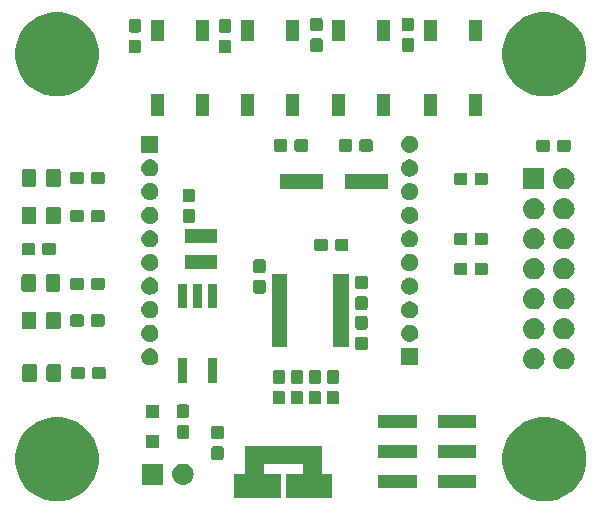
<source format=gts>
G04 #@! TF.GenerationSoftware,KiCad,Pcbnew,(5.1.4)-1*
G04 #@! TF.CreationDate,2019-10-27T13:28:14-04:00*
G04 #@! TF.ProjectId,wiproc,77697072-6f63-42e6-9b69-6361645f7063,rev?*
G04 #@! TF.SameCoordinates,Original*
G04 #@! TF.FileFunction,Soldermask,Top*
G04 #@! TF.FilePolarity,Negative*
%FSLAX46Y46*%
G04 Gerber Fmt 4.6, Leading zero omitted, Abs format (unit mm)*
G04 Created by KiCad (PCBNEW (5.1.4)-1) date 2019-10-27 13:28:14*
%MOMM*%
%LPD*%
G04 APERTURE LIST*
%ADD10C,0.100000*%
G04 APERTURE END LIST*
D10*
G36*
X159150730Y-104535655D02*
G01*
X159796935Y-104803322D01*
X160378503Y-105191913D01*
X160873087Y-105686497D01*
X161261678Y-106268065D01*
X161529345Y-106914270D01*
X161665800Y-107600277D01*
X161665800Y-108299723D01*
X161529345Y-108985730D01*
X161261678Y-109631935D01*
X160873087Y-110213503D01*
X160378503Y-110708087D01*
X159796935Y-111096678D01*
X159150730Y-111364345D01*
X158464723Y-111500800D01*
X157765277Y-111500800D01*
X157079270Y-111364345D01*
X156433065Y-111096678D01*
X155851497Y-110708087D01*
X155356913Y-110213503D01*
X154968322Y-109631935D01*
X154700655Y-108985730D01*
X154564200Y-108299723D01*
X154564200Y-107600277D01*
X154700655Y-106914270D01*
X154968322Y-106268065D01*
X155356913Y-105686497D01*
X155851497Y-105191913D01*
X156433065Y-104803322D01*
X157079270Y-104535655D01*
X157765277Y-104399200D01*
X158464723Y-104399200D01*
X159150730Y-104535655D01*
X159150730Y-104535655D01*
G37*
G36*
X117875730Y-104535655D02*
G01*
X118521935Y-104803322D01*
X119103503Y-105191913D01*
X119598087Y-105686497D01*
X119986678Y-106268065D01*
X120254345Y-106914270D01*
X120390800Y-107600277D01*
X120390800Y-108299723D01*
X120254345Y-108985730D01*
X119986678Y-109631935D01*
X119598087Y-110213503D01*
X119103503Y-110708087D01*
X118521935Y-111096678D01*
X117875730Y-111364345D01*
X117189723Y-111500800D01*
X116490277Y-111500800D01*
X115804270Y-111364345D01*
X115158065Y-111096678D01*
X114576497Y-110708087D01*
X114081913Y-110213503D01*
X113693322Y-109631935D01*
X113425655Y-108985730D01*
X113289200Y-108299723D01*
X113289200Y-107600277D01*
X113425655Y-106914270D01*
X113693322Y-106268065D01*
X114081913Y-105686497D01*
X114576497Y-105191913D01*
X115158065Y-104803322D01*
X115804270Y-104535655D01*
X116490277Y-104399200D01*
X117189723Y-104399200D01*
X117875730Y-104535655D01*
X117875730Y-104535655D01*
G37*
G36*
X139278800Y-109108201D02*
G01*
X139281240Y-109132977D01*
X139288467Y-109156801D01*
X139300203Y-109178758D01*
X139315997Y-109198003D01*
X139335242Y-109213797D01*
X139357199Y-109225533D01*
X139381023Y-109232760D01*
X139405799Y-109235200D01*
X140176300Y-109235200D01*
X140176300Y-111236800D01*
X136229700Y-111236800D01*
X136229700Y-109235200D01*
X137575201Y-109235200D01*
X137599977Y-109232760D01*
X137623801Y-109225533D01*
X137645758Y-109213797D01*
X137665003Y-109198003D01*
X137680797Y-109178758D01*
X137692533Y-109156801D01*
X137699760Y-109132977D01*
X137702200Y-109108201D01*
X137702200Y-108443799D01*
X137699760Y-108419023D01*
X137692533Y-108395199D01*
X137680797Y-108373242D01*
X137665003Y-108353997D01*
X137645758Y-108338203D01*
X137623801Y-108326467D01*
X137599977Y-108319240D01*
X137575201Y-108316800D01*
X134480799Y-108316800D01*
X134456023Y-108319240D01*
X134432199Y-108326467D01*
X134410242Y-108338203D01*
X134390997Y-108353997D01*
X134375203Y-108373242D01*
X134363467Y-108395199D01*
X134356240Y-108419023D01*
X134353800Y-108443799D01*
X134353800Y-109108201D01*
X134356240Y-109132977D01*
X134363467Y-109156801D01*
X134375203Y-109178758D01*
X134390997Y-109198003D01*
X134410242Y-109213797D01*
X134432199Y-109225533D01*
X134456023Y-109232760D01*
X134480799Y-109235200D01*
X135826300Y-109235200D01*
X135826300Y-111236800D01*
X131879700Y-111236800D01*
X131879700Y-109235200D01*
X132650201Y-109235200D01*
X132674977Y-109232760D01*
X132698801Y-109225533D01*
X132720758Y-109213797D01*
X132740003Y-109198003D01*
X132755797Y-109178758D01*
X132767533Y-109156801D01*
X132774760Y-109132977D01*
X132777200Y-109108201D01*
X132777200Y-106835200D01*
X139278800Y-106835200D01*
X139278800Y-109108201D01*
X139278800Y-109108201D01*
G37*
G36*
X152344800Y-110405800D02*
G01*
X149093200Y-110405800D01*
X149093200Y-109304200D01*
X152344800Y-109304200D01*
X152344800Y-110405800D01*
X152344800Y-110405800D01*
G37*
G36*
X147294800Y-110405800D02*
G01*
X144043200Y-110405800D01*
X144043200Y-109304200D01*
X147294800Y-109304200D01*
X147294800Y-110405800D01*
X147294800Y-110405800D01*
G37*
G36*
X125868800Y-110120800D02*
G01*
X124067200Y-110120800D01*
X124067200Y-108319200D01*
X125868800Y-108319200D01*
X125868800Y-110120800D01*
X125868800Y-110120800D01*
G37*
G36*
X127684588Y-108332233D02*
G01*
X127854388Y-108383742D01*
X128010881Y-108467389D01*
X128148044Y-108579956D01*
X128260611Y-108717119D01*
X128344258Y-108873612D01*
X128395767Y-109043412D01*
X128413159Y-109220000D01*
X128395767Y-109396588D01*
X128344258Y-109566388D01*
X128260611Y-109722881D01*
X128148044Y-109860044D01*
X128010881Y-109972611D01*
X127854388Y-110056258D01*
X127684588Y-110107767D01*
X127552259Y-110120800D01*
X127463741Y-110120800D01*
X127331412Y-110107767D01*
X127161612Y-110056258D01*
X127005119Y-109972611D01*
X126867956Y-109860044D01*
X126755389Y-109722881D01*
X126671742Y-109566388D01*
X126620233Y-109396588D01*
X126602841Y-109220000D01*
X126620233Y-109043412D01*
X126671742Y-108873612D01*
X126755389Y-108717119D01*
X126867956Y-108579956D01*
X127005119Y-108467389D01*
X127161612Y-108383742D01*
X127331412Y-108332233D01*
X127463741Y-108319200D01*
X127552259Y-108319200D01*
X127684588Y-108332233D01*
X127684588Y-108332233D01*
G37*
G36*
X130794181Y-106856634D02*
G01*
X130831471Y-106867946D01*
X130865840Y-106886316D01*
X130895963Y-106911037D01*
X130920684Y-106941160D01*
X130939054Y-106975529D01*
X130950366Y-107012819D01*
X130954800Y-107057836D01*
X130954800Y-107798164D01*
X130950366Y-107843181D01*
X130939054Y-107880471D01*
X130920684Y-107914840D01*
X130895963Y-107944963D01*
X130865840Y-107969684D01*
X130831471Y-107988054D01*
X130794181Y-107999366D01*
X130749164Y-108003800D01*
X130108836Y-108003800D01*
X130063819Y-107999366D01*
X130026529Y-107988054D01*
X129992160Y-107969684D01*
X129962037Y-107944963D01*
X129937316Y-107914840D01*
X129918946Y-107880471D01*
X129907634Y-107843181D01*
X129903200Y-107798164D01*
X129903200Y-107057836D01*
X129907634Y-107012819D01*
X129918946Y-106975529D01*
X129937316Y-106941160D01*
X129962037Y-106911037D01*
X129992160Y-106886316D01*
X130026529Y-106867946D01*
X130063819Y-106856634D01*
X130108836Y-106852200D01*
X130749164Y-106852200D01*
X130794181Y-106856634D01*
X130794181Y-106856634D01*
G37*
G36*
X152344800Y-107865800D02*
G01*
X149093200Y-107865800D01*
X149093200Y-106764200D01*
X152344800Y-106764200D01*
X152344800Y-107865800D01*
X152344800Y-107865800D01*
G37*
G36*
X147294800Y-107865800D02*
G01*
X144043200Y-107865800D01*
X144043200Y-106764200D01*
X147294800Y-106764200D01*
X147294800Y-107865800D01*
X147294800Y-107865800D01*
G37*
G36*
X125518800Y-106976800D02*
G01*
X124417200Y-106976800D01*
X124417200Y-105875200D01*
X125518800Y-105875200D01*
X125518800Y-106976800D01*
X125518800Y-106976800D01*
G37*
G36*
X130794181Y-105106634D02*
G01*
X130831471Y-105117946D01*
X130865840Y-105136316D01*
X130895963Y-105161037D01*
X130920684Y-105191160D01*
X130939054Y-105225529D01*
X130950366Y-105262819D01*
X130954800Y-105307836D01*
X130954800Y-106048164D01*
X130950366Y-106093181D01*
X130939054Y-106130471D01*
X130920684Y-106164840D01*
X130895963Y-106194963D01*
X130865840Y-106219684D01*
X130831471Y-106238054D01*
X130794181Y-106249366D01*
X130749164Y-106253800D01*
X130108836Y-106253800D01*
X130063819Y-106249366D01*
X130026529Y-106238054D01*
X129992160Y-106219684D01*
X129962037Y-106194963D01*
X129937316Y-106164840D01*
X129918946Y-106130471D01*
X129907634Y-106093181D01*
X129903200Y-106048164D01*
X129903200Y-105307836D01*
X129907634Y-105262819D01*
X129918946Y-105225529D01*
X129937316Y-105191160D01*
X129962037Y-105161037D01*
X129992160Y-105136316D01*
X130026529Y-105117946D01*
X130063819Y-105106634D01*
X130108836Y-105102200D01*
X130749164Y-105102200D01*
X130794181Y-105106634D01*
X130794181Y-105106634D01*
G37*
G36*
X127873181Y-105064634D02*
G01*
X127910471Y-105075946D01*
X127944840Y-105094316D01*
X127974963Y-105119037D01*
X127999684Y-105149160D01*
X128018054Y-105183529D01*
X128029366Y-105220819D01*
X128033800Y-105265836D01*
X128033800Y-106006164D01*
X128029366Y-106051181D01*
X128018054Y-106088471D01*
X127999684Y-106122840D01*
X127974963Y-106152963D01*
X127944840Y-106177684D01*
X127910471Y-106196054D01*
X127873181Y-106207366D01*
X127828164Y-106211800D01*
X127187836Y-106211800D01*
X127142819Y-106207366D01*
X127105529Y-106196054D01*
X127071160Y-106177684D01*
X127041037Y-106152963D01*
X127016316Y-106122840D01*
X126997946Y-106088471D01*
X126986634Y-106051181D01*
X126982200Y-106006164D01*
X126982200Y-105265836D01*
X126986634Y-105220819D01*
X126997946Y-105183529D01*
X127016316Y-105149160D01*
X127041037Y-105119037D01*
X127071160Y-105094316D01*
X127105529Y-105075946D01*
X127142819Y-105064634D01*
X127187836Y-105060200D01*
X127828164Y-105060200D01*
X127873181Y-105064634D01*
X127873181Y-105064634D01*
G37*
G36*
X147294800Y-105325800D02*
G01*
X144043200Y-105325800D01*
X144043200Y-104224200D01*
X147294800Y-104224200D01*
X147294800Y-105325800D01*
X147294800Y-105325800D01*
G37*
G36*
X152344800Y-105325800D02*
G01*
X149093200Y-105325800D01*
X149093200Y-104224200D01*
X152344800Y-104224200D01*
X152344800Y-105325800D01*
X152344800Y-105325800D01*
G37*
G36*
X125518800Y-104476800D02*
G01*
X124417200Y-104476800D01*
X124417200Y-103375200D01*
X125518800Y-103375200D01*
X125518800Y-104476800D01*
X125518800Y-104476800D01*
G37*
G36*
X127873181Y-103314634D02*
G01*
X127910471Y-103325946D01*
X127944840Y-103344316D01*
X127974963Y-103369037D01*
X127999684Y-103399160D01*
X128018054Y-103433529D01*
X128029366Y-103470819D01*
X128033800Y-103515836D01*
X128033800Y-104256164D01*
X128029366Y-104301181D01*
X128018054Y-104338471D01*
X127999684Y-104372840D01*
X127974963Y-104402963D01*
X127944840Y-104427684D01*
X127910471Y-104446054D01*
X127873181Y-104457366D01*
X127828164Y-104461800D01*
X127187836Y-104461800D01*
X127142819Y-104457366D01*
X127105529Y-104446054D01*
X127071160Y-104427684D01*
X127041037Y-104402963D01*
X127016316Y-104372840D01*
X126997946Y-104338471D01*
X126986634Y-104301181D01*
X126982200Y-104256164D01*
X126982200Y-103515836D01*
X126986634Y-103470819D01*
X126997946Y-103433529D01*
X127016316Y-103399160D01*
X127041037Y-103369037D01*
X127071160Y-103344316D01*
X127105529Y-103325946D01*
X127142819Y-103314634D01*
X127187836Y-103310200D01*
X127828164Y-103310200D01*
X127873181Y-103314634D01*
X127873181Y-103314634D01*
G37*
G36*
X137525181Y-102157634D02*
G01*
X137562471Y-102168946D01*
X137596840Y-102187316D01*
X137626963Y-102212037D01*
X137651684Y-102242160D01*
X137670054Y-102276529D01*
X137681366Y-102313819D01*
X137685800Y-102358836D01*
X137685800Y-103099164D01*
X137681366Y-103144181D01*
X137670054Y-103181471D01*
X137651684Y-103215840D01*
X137626963Y-103245963D01*
X137596840Y-103270684D01*
X137562471Y-103289054D01*
X137525181Y-103300366D01*
X137480164Y-103304800D01*
X136839836Y-103304800D01*
X136794819Y-103300366D01*
X136757529Y-103289054D01*
X136723160Y-103270684D01*
X136693037Y-103245963D01*
X136668316Y-103215840D01*
X136649946Y-103181471D01*
X136638634Y-103144181D01*
X136634200Y-103099164D01*
X136634200Y-102358836D01*
X136638634Y-102313819D01*
X136649946Y-102276529D01*
X136668316Y-102242160D01*
X136693037Y-102212037D01*
X136723160Y-102187316D01*
X136757529Y-102168946D01*
X136794819Y-102157634D01*
X136839836Y-102153200D01*
X137480164Y-102153200D01*
X137525181Y-102157634D01*
X137525181Y-102157634D01*
G37*
G36*
X139049181Y-102157634D02*
G01*
X139086471Y-102168946D01*
X139120840Y-102187316D01*
X139150963Y-102212037D01*
X139175684Y-102242160D01*
X139194054Y-102276529D01*
X139205366Y-102313819D01*
X139209800Y-102358836D01*
X139209800Y-103099164D01*
X139205366Y-103144181D01*
X139194054Y-103181471D01*
X139175684Y-103215840D01*
X139150963Y-103245963D01*
X139120840Y-103270684D01*
X139086471Y-103289054D01*
X139049181Y-103300366D01*
X139004164Y-103304800D01*
X138363836Y-103304800D01*
X138318819Y-103300366D01*
X138281529Y-103289054D01*
X138247160Y-103270684D01*
X138217037Y-103245963D01*
X138192316Y-103215840D01*
X138173946Y-103181471D01*
X138162634Y-103144181D01*
X138158200Y-103099164D01*
X138158200Y-102358836D01*
X138162634Y-102313819D01*
X138173946Y-102276529D01*
X138192316Y-102242160D01*
X138217037Y-102212037D01*
X138247160Y-102187316D01*
X138281529Y-102168946D01*
X138318819Y-102157634D01*
X138363836Y-102153200D01*
X139004164Y-102153200D01*
X139049181Y-102157634D01*
X139049181Y-102157634D01*
G37*
G36*
X136001181Y-102157634D02*
G01*
X136038471Y-102168946D01*
X136072840Y-102187316D01*
X136102963Y-102212037D01*
X136127684Y-102242160D01*
X136146054Y-102276529D01*
X136157366Y-102313819D01*
X136161800Y-102358836D01*
X136161800Y-103099164D01*
X136157366Y-103144181D01*
X136146054Y-103181471D01*
X136127684Y-103215840D01*
X136102963Y-103245963D01*
X136072840Y-103270684D01*
X136038471Y-103289054D01*
X136001181Y-103300366D01*
X135956164Y-103304800D01*
X135315836Y-103304800D01*
X135270819Y-103300366D01*
X135233529Y-103289054D01*
X135199160Y-103270684D01*
X135169037Y-103245963D01*
X135144316Y-103215840D01*
X135125946Y-103181471D01*
X135114634Y-103144181D01*
X135110200Y-103099164D01*
X135110200Y-102358836D01*
X135114634Y-102313819D01*
X135125946Y-102276529D01*
X135144316Y-102242160D01*
X135169037Y-102212037D01*
X135199160Y-102187316D01*
X135233529Y-102168946D01*
X135270819Y-102157634D01*
X135315836Y-102153200D01*
X135956164Y-102153200D01*
X136001181Y-102157634D01*
X136001181Y-102157634D01*
G37*
G36*
X140573181Y-102157634D02*
G01*
X140610471Y-102168946D01*
X140644840Y-102187316D01*
X140674963Y-102212037D01*
X140699684Y-102242160D01*
X140718054Y-102276529D01*
X140729366Y-102313819D01*
X140733800Y-102358836D01*
X140733800Y-103099164D01*
X140729366Y-103144181D01*
X140718054Y-103181471D01*
X140699684Y-103215840D01*
X140674963Y-103245963D01*
X140644840Y-103270684D01*
X140610471Y-103289054D01*
X140573181Y-103300366D01*
X140528164Y-103304800D01*
X139887836Y-103304800D01*
X139842819Y-103300366D01*
X139805529Y-103289054D01*
X139771160Y-103270684D01*
X139741037Y-103245963D01*
X139716316Y-103215840D01*
X139697946Y-103181471D01*
X139686634Y-103144181D01*
X139682200Y-103099164D01*
X139682200Y-102358836D01*
X139686634Y-102313819D01*
X139697946Y-102276529D01*
X139716316Y-102242160D01*
X139741037Y-102212037D01*
X139771160Y-102187316D01*
X139805529Y-102168946D01*
X139842819Y-102157634D01*
X139887836Y-102153200D01*
X140528164Y-102153200D01*
X140573181Y-102157634D01*
X140573181Y-102157634D01*
G37*
G36*
X139049181Y-100407634D02*
G01*
X139086471Y-100418946D01*
X139120840Y-100437316D01*
X139150963Y-100462037D01*
X139175684Y-100492160D01*
X139194054Y-100526529D01*
X139205366Y-100563819D01*
X139209800Y-100608836D01*
X139209800Y-101349164D01*
X139205366Y-101394181D01*
X139194054Y-101431471D01*
X139175684Y-101465840D01*
X139150963Y-101495963D01*
X139120840Y-101520684D01*
X139086471Y-101539054D01*
X139049181Y-101550366D01*
X139004164Y-101554800D01*
X138363836Y-101554800D01*
X138318819Y-101550366D01*
X138281529Y-101539054D01*
X138247160Y-101520684D01*
X138217037Y-101495963D01*
X138192316Y-101465840D01*
X138173946Y-101431471D01*
X138162634Y-101394181D01*
X138158200Y-101349164D01*
X138158200Y-100608836D01*
X138162634Y-100563819D01*
X138173946Y-100526529D01*
X138192316Y-100492160D01*
X138217037Y-100462037D01*
X138247160Y-100437316D01*
X138281529Y-100418946D01*
X138318819Y-100407634D01*
X138363836Y-100403200D01*
X139004164Y-100403200D01*
X139049181Y-100407634D01*
X139049181Y-100407634D01*
G37*
G36*
X136001181Y-100407634D02*
G01*
X136038471Y-100418946D01*
X136072840Y-100437316D01*
X136102963Y-100462037D01*
X136127684Y-100492160D01*
X136146054Y-100526529D01*
X136157366Y-100563819D01*
X136161800Y-100608836D01*
X136161800Y-101349164D01*
X136157366Y-101394181D01*
X136146054Y-101431471D01*
X136127684Y-101465840D01*
X136102963Y-101495963D01*
X136072840Y-101520684D01*
X136038471Y-101539054D01*
X136001181Y-101550366D01*
X135956164Y-101554800D01*
X135315836Y-101554800D01*
X135270819Y-101550366D01*
X135233529Y-101539054D01*
X135199160Y-101520684D01*
X135169037Y-101495963D01*
X135144316Y-101465840D01*
X135125946Y-101431471D01*
X135114634Y-101394181D01*
X135110200Y-101349164D01*
X135110200Y-100608836D01*
X135114634Y-100563819D01*
X135125946Y-100526529D01*
X135144316Y-100492160D01*
X135169037Y-100462037D01*
X135199160Y-100437316D01*
X135233529Y-100418946D01*
X135270819Y-100407634D01*
X135315836Y-100403200D01*
X135956164Y-100403200D01*
X136001181Y-100407634D01*
X136001181Y-100407634D01*
G37*
G36*
X140573181Y-100407634D02*
G01*
X140610471Y-100418946D01*
X140644840Y-100437316D01*
X140674963Y-100462037D01*
X140699684Y-100492160D01*
X140718054Y-100526529D01*
X140729366Y-100563819D01*
X140733800Y-100608836D01*
X140733800Y-101349164D01*
X140729366Y-101394181D01*
X140718054Y-101431471D01*
X140699684Y-101465840D01*
X140674963Y-101495963D01*
X140644840Y-101520684D01*
X140610471Y-101539054D01*
X140573181Y-101550366D01*
X140528164Y-101554800D01*
X139887836Y-101554800D01*
X139842819Y-101550366D01*
X139805529Y-101539054D01*
X139771160Y-101520684D01*
X139741037Y-101495963D01*
X139716316Y-101465840D01*
X139697946Y-101431471D01*
X139686634Y-101394181D01*
X139682200Y-101349164D01*
X139682200Y-100608836D01*
X139686634Y-100563819D01*
X139697946Y-100526529D01*
X139716316Y-100492160D01*
X139741037Y-100462037D01*
X139771160Y-100437316D01*
X139805529Y-100418946D01*
X139842819Y-100407634D01*
X139887836Y-100403200D01*
X140528164Y-100403200D01*
X140573181Y-100407634D01*
X140573181Y-100407634D01*
G37*
G36*
X137525181Y-100407634D02*
G01*
X137562471Y-100418946D01*
X137596840Y-100437316D01*
X137626963Y-100462037D01*
X137651684Y-100492160D01*
X137670054Y-100526529D01*
X137681366Y-100563819D01*
X137685800Y-100608836D01*
X137685800Y-101349164D01*
X137681366Y-101394181D01*
X137670054Y-101431471D01*
X137651684Y-101465840D01*
X137626963Y-101495963D01*
X137596840Y-101520684D01*
X137562471Y-101539054D01*
X137525181Y-101550366D01*
X137480164Y-101554800D01*
X136839836Y-101554800D01*
X136794819Y-101550366D01*
X136757529Y-101539054D01*
X136723160Y-101520684D01*
X136693037Y-101495963D01*
X136668316Y-101465840D01*
X136649946Y-101431471D01*
X136638634Y-101394181D01*
X136634200Y-101349164D01*
X136634200Y-100608836D01*
X136638634Y-100563819D01*
X136649946Y-100526529D01*
X136668316Y-100492160D01*
X136693037Y-100462037D01*
X136723160Y-100437316D01*
X136757529Y-100418946D01*
X136794819Y-100407634D01*
X136839836Y-100403200D01*
X137480164Y-100403200D01*
X137525181Y-100407634D01*
X137525181Y-100407634D01*
G37*
G36*
X127878800Y-101482800D02*
G01*
X127137200Y-101482800D01*
X127137200Y-99381200D01*
X127878800Y-99381200D01*
X127878800Y-101482800D01*
X127878800Y-101482800D01*
G37*
G36*
X130418800Y-101482800D02*
G01*
X129677200Y-101482800D01*
X129677200Y-99381200D01*
X130418800Y-99381200D01*
X130418800Y-101482800D01*
X130418800Y-101482800D01*
G37*
G36*
X117050449Y-99901150D02*
G01*
X117087914Y-99912515D01*
X117122438Y-99930969D01*
X117152698Y-99955802D01*
X117177531Y-99986062D01*
X117195985Y-100020586D01*
X117207350Y-100058051D01*
X117211800Y-100103238D01*
X117211800Y-101191762D01*
X117207350Y-101236949D01*
X117195985Y-101274414D01*
X117177531Y-101308938D01*
X117152698Y-101339198D01*
X117122438Y-101364031D01*
X117087914Y-101382485D01*
X117050449Y-101393850D01*
X117005262Y-101398300D01*
X116166738Y-101398300D01*
X116121551Y-101393850D01*
X116084086Y-101382485D01*
X116049562Y-101364031D01*
X116019302Y-101339198D01*
X115994469Y-101308938D01*
X115976015Y-101274414D01*
X115964650Y-101236949D01*
X115960200Y-101191762D01*
X115960200Y-100103238D01*
X115964650Y-100058051D01*
X115976015Y-100020586D01*
X115994469Y-99986062D01*
X116019302Y-99955802D01*
X116049562Y-99930969D01*
X116084086Y-99912515D01*
X116121551Y-99901150D01*
X116166738Y-99896700D01*
X117005262Y-99896700D01*
X117050449Y-99901150D01*
X117050449Y-99901150D01*
G37*
G36*
X115000449Y-99901150D02*
G01*
X115037914Y-99912515D01*
X115072438Y-99930969D01*
X115102698Y-99955802D01*
X115127531Y-99986062D01*
X115145985Y-100020586D01*
X115157350Y-100058051D01*
X115161800Y-100103238D01*
X115161800Y-101191762D01*
X115157350Y-101236949D01*
X115145985Y-101274414D01*
X115127531Y-101308938D01*
X115102698Y-101339198D01*
X115072438Y-101364031D01*
X115037914Y-101382485D01*
X115000449Y-101393850D01*
X114955262Y-101398300D01*
X114116738Y-101398300D01*
X114071551Y-101393850D01*
X114034086Y-101382485D01*
X113999562Y-101364031D01*
X113969302Y-101339198D01*
X113944469Y-101308938D01*
X113926015Y-101274414D01*
X113914650Y-101236949D01*
X113910200Y-101191762D01*
X113910200Y-100103238D01*
X113914650Y-100058051D01*
X113926015Y-100020586D01*
X113944469Y-99986062D01*
X113969302Y-99955802D01*
X113999562Y-99930969D01*
X114034086Y-99912515D01*
X114071551Y-99901150D01*
X114116738Y-99896700D01*
X114955262Y-99896700D01*
X115000449Y-99901150D01*
X115000449Y-99901150D01*
G37*
G36*
X119061181Y-100126134D02*
G01*
X119098471Y-100137446D01*
X119132840Y-100155816D01*
X119162963Y-100180537D01*
X119187684Y-100210660D01*
X119206054Y-100245029D01*
X119217366Y-100282319D01*
X119221800Y-100327336D01*
X119221800Y-100967664D01*
X119217366Y-101012681D01*
X119206054Y-101049971D01*
X119187684Y-101084340D01*
X119162963Y-101114463D01*
X119132840Y-101139184D01*
X119098471Y-101157554D01*
X119061181Y-101168866D01*
X119016164Y-101173300D01*
X118275836Y-101173300D01*
X118230819Y-101168866D01*
X118193529Y-101157554D01*
X118159160Y-101139184D01*
X118129037Y-101114463D01*
X118104316Y-101084340D01*
X118085946Y-101049971D01*
X118074634Y-101012681D01*
X118070200Y-100967664D01*
X118070200Y-100327336D01*
X118074634Y-100282319D01*
X118085946Y-100245029D01*
X118104316Y-100210660D01*
X118129037Y-100180537D01*
X118159160Y-100155816D01*
X118193529Y-100137446D01*
X118230819Y-100126134D01*
X118275836Y-100121700D01*
X119016164Y-100121700D01*
X119061181Y-100126134D01*
X119061181Y-100126134D01*
G37*
G36*
X120811181Y-100126134D02*
G01*
X120848471Y-100137446D01*
X120882840Y-100155816D01*
X120912963Y-100180537D01*
X120937684Y-100210660D01*
X120956054Y-100245029D01*
X120967366Y-100282319D01*
X120971800Y-100327336D01*
X120971800Y-100967664D01*
X120967366Y-101012681D01*
X120956054Y-101049971D01*
X120937684Y-101084340D01*
X120912963Y-101114463D01*
X120882840Y-101139184D01*
X120848471Y-101157554D01*
X120811181Y-101168866D01*
X120766164Y-101173300D01*
X120025836Y-101173300D01*
X119980819Y-101168866D01*
X119943529Y-101157554D01*
X119909160Y-101139184D01*
X119879037Y-101114463D01*
X119854316Y-101084340D01*
X119835946Y-101049971D01*
X119824634Y-101012681D01*
X119820200Y-100967664D01*
X119820200Y-100327336D01*
X119824634Y-100282319D01*
X119835946Y-100245029D01*
X119854316Y-100210660D01*
X119879037Y-100180537D01*
X119909160Y-100155816D01*
X119943529Y-100137446D01*
X119980819Y-100126134D01*
X120025836Y-100121700D01*
X120766164Y-100121700D01*
X120811181Y-100126134D01*
X120811181Y-100126134D01*
G37*
G36*
X157402588Y-98553233D02*
G01*
X157572388Y-98604742D01*
X157728881Y-98688389D01*
X157866044Y-98800956D01*
X157978611Y-98938119D01*
X158062258Y-99094612D01*
X158113767Y-99264412D01*
X158131159Y-99441000D01*
X158113767Y-99617588D01*
X158062258Y-99787388D01*
X157978611Y-99943881D01*
X157866044Y-100081044D01*
X157728881Y-100193611D01*
X157572388Y-100277258D01*
X157402588Y-100328767D01*
X157270259Y-100341800D01*
X157181741Y-100341800D01*
X157049412Y-100328767D01*
X156879612Y-100277258D01*
X156723119Y-100193611D01*
X156585956Y-100081044D01*
X156473389Y-99943881D01*
X156389742Y-99787388D01*
X156338233Y-99617588D01*
X156320841Y-99441000D01*
X156338233Y-99264412D01*
X156389742Y-99094612D01*
X156473389Y-98938119D01*
X156585956Y-98800956D01*
X156723119Y-98688389D01*
X156879612Y-98604742D01*
X157049412Y-98553233D01*
X157181741Y-98540200D01*
X157270259Y-98540200D01*
X157402588Y-98553233D01*
X157402588Y-98553233D01*
G37*
G36*
X159942588Y-98553233D02*
G01*
X160112388Y-98604742D01*
X160268881Y-98688389D01*
X160406044Y-98800956D01*
X160518611Y-98938119D01*
X160602258Y-99094612D01*
X160653767Y-99264412D01*
X160671159Y-99441000D01*
X160653767Y-99617588D01*
X160602258Y-99787388D01*
X160518611Y-99943881D01*
X160406044Y-100081044D01*
X160268881Y-100193611D01*
X160112388Y-100277258D01*
X159942588Y-100328767D01*
X159810259Y-100341800D01*
X159721741Y-100341800D01*
X159589412Y-100328767D01*
X159419612Y-100277258D01*
X159263119Y-100193611D01*
X159125956Y-100081044D01*
X159013389Y-99943881D01*
X158929742Y-99787388D01*
X158878233Y-99617588D01*
X158860841Y-99441000D01*
X158878233Y-99264412D01*
X158929742Y-99094612D01*
X159013389Y-98938119D01*
X159125956Y-98800956D01*
X159263119Y-98688389D01*
X159419612Y-98604742D01*
X159589412Y-98553233D01*
X159721741Y-98540200D01*
X159810259Y-98540200D01*
X159942588Y-98553233D01*
X159942588Y-98553233D01*
G37*
G36*
X147436200Y-100014400D02*
G01*
X145984600Y-100014400D01*
X145984600Y-98562800D01*
X147436200Y-98562800D01*
X147436200Y-100014400D01*
X147436200Y-100014400D01*
G37*
G36*
X124856281Y-98564702D02*
G01*
X124951593Y-98593615D01*
X124993095Y-98606204D01*
X125037014Y-98629680D01*
X125119183Y-98673599D01*
X125229701Y-98764299D01*
X125320401Y-98874817D01*
X125354236Y-98938119D01*
X125387796Y-99000905D01*
X125387796Y-99000906D01*
X125429298Y-99137719D01*
X125443312Y-99280000D01*
X125429298Y-99422281D01*
X125400385Y-99517593D01*
X125387796Y-99559095D01*
X125364320Y-99603014D01*
X125320401Y-99685183D01*
X125229701Y-99795701D01*
X125119183Y-99886401D01*
X125037014Y-99930320D01*
X124993095Y-99953796D01*
X124951593Y-99966385D01*
X124856281Y-99995298D01*
X124749657Y-100005800D01*
X124678343Y-100005800D01*
X124571719Y-99995298D01*
X124476407Y-99966385D01*
X124434905Y-99953796D01*
X124390986Y-99930320D01*
X124308817Y-99886401D01*
X124198299Y-99795701D01*
X124107599Y-99685183D01*
X124063680Y-99603014D01*
X124040204Y-99559095D01*
X124027615Y-99517593D01*
X123998702Y-99422281D01*
X123984688Y-99280000D01*
X123998702Y-99137719D01*
X124040204Y-99000906D01*
X124040204Y-99000905D01*
X124073764Y-98938119D01*
X124107599Y-98874817D01*
X124198299Y-98764299D01*
X124308817Y-98673599D01*
X124390986Y-98629680D01*
X124434905Y-98606204D01*
X124476407Y-98593615D01*
X124571719Y-98564702D01*
X124678343Y-98554200D01*
X124749657Y-98554200D01*
X124856281Y-98564702D01*
X124856281Y-98564702D01*
G37*
G36*
X142986181Y-97571634D02*
G01*
X143023471Y-97582946D01*
X143057840Y-97601316D01*
X143087963Y-97626037D01*
X143112684Y-97656160D01*
X143131054Y-97690529D01*
X143142366Y-97727819D01*
X143146800Y-97772836D01*
X143146800Y-98513164D01*
X143142366Y-98558181D01*
X143131054Y-98595471D01*
X143112684Y-98629840D01*
X143087963Y-98659963D01*
X143057840Y-98684684D01*
X143023471Y-98703054D01*
X142986181Y-98714366D01*
X142941164Y-98718800D01*
X142300836Y-98718800D01*
X142255819Y-98714366D01*
X142218529Y-98703054D01*
X142184160Y-98684684D01*
X142154037Y-98659963D01*
X142129316Y-98629840D01*
X142110946Y-98595471D01*
X142099634Y-98558181D01*
X142095200Y-98513164D01*
X142095200Y-97772836D01*
X142099634Y-97727819D01*
X142110946Y-97690529D01*
X142129316Y-97656160D01*
X142154037Y-97626037D01*
X142184160Y-97601316D01*
X142218529Y-97582946D01*
X142255819Y-97571634D01*
X142300836Y-97567200D01*
X142941164Y-97567200D01*
X142986181Y-97571634D01*
X142986181Y-97571634D01*
G37*
G36*
X136353800Y-98485300D02*
G01*
X135052200Y-98485300D01*
X135052200Y-92268700D01*
X136353800Y-92268700D01*
X136353800Y-98485300D01*
X136353800Y-98485300D01*
G37*
G36*
X141553800Y-98485300D02*
G01*
X140252200Y-98485300D01*
X140252200Y-92268700D01*
X141553800Y-92268700D01*
X141553800Y-98485300D01*
X141553800Y-98485300D01*
G37*
G36*
X146852681Y-96573302D02*
G01*
X146947993Y-96602215D01*
X146989495Y-96614804D01*
X147033414Y-96638280D01*
X147115583Y-96682199D01*
X147226101Y-96772899D01*
X147316801Y-96883417D01*
X147351359Y-96948072D01*
X147384196Y-97009505D01*
X147384196Y-97009506D01*
X147425698Y-97146319D01*
X147439712Y-97288600D01*
X147425698Y-97430881D01*
X147396785Y-97526193D01*
X147384196Y-97567695D01*
X147381760Y-97572252D01*
X147316801Y-97693783D01*
X147226101Y-97804301D01*
X147115583Y-97895001D01*
X147033414Y-97938920D01*
X146989495Y-97962396D01*
X146947993Y-97974985D01*
X146852681Y-98003898D01*
X146746057Y-98014400D01*
X146674743Y-98014400D01*
X146568119Y-98003898D01*
X146472807Y-97974985D01*
X146431305Y-97962396D01*
X146387386Y-97938920D01*
X146305217Y-97895001D01*
X146194699Y-97804301D01*
X146103999Y-97693783D01*
X146039040Y-97572252D01*
X146036604Y-97567695D01*
X146024015Y-97526193D01*
X145995102Y-97430881D01*
X145981088Y-97288600D01*
X145995102Y-97146319D01*
X146036604Y-97009506D01*
X146036604Y-97009505D01*
X146069441Y-96948072D01*
X146103999Y-96883417D01*
X146194699Y-96772899D01*
X146305217Y-96682199D01*
X146387386Y-96638280D01*
X146431305Y-96614804D01*
X146472807Y-96602215D01*
X146568119Y-96573302D01*
X146674743Y-96562800D01*
X146746057Y-96562800D01*
X146852681Y-96573302D01*
X146852681Y-96573302D01*
G37*
G36*
X124856281Y-96564702D02*
G01*
X124951593Y-96593615D01*
X124993095Y-96606204D01*
X125002926Y-96611459D01*
X125119183Y-96673599D01*
X125229701Y-96764299D01*
X125320401Y-96874817D01*
X125346953Y-96924493D01*
X125387796Y-97000905D01*
X125390405Y-97009506D01*
X125429298Y-97137719D01*
X125443312Y-97280000D01*
X125429298Y-97422281D01*
X125400385Y-97517593D01*
X125387796Y-97559095D01*
X125380763Y-97572252D01*
X125320401Y-97685183D01*
X125229701Y-97795701D01*
X125119183Y-97886401D01*
X125037014Y-97930320D01*
X124993095Y-97953796D01*
X124964744Y-97962396D01*
X124856281Y-97995298D01*
X124749657Y-98005800D01*
X124678343Y-98005800D01*
X124571719Y-97995298D01*
X124463256Y-97962396D01*
X124434905Y-97953796D01*
X124390986Y-97930320D01*
X124308817Y-97886401D01*
X124198299Y-97795701D01*
X124107599Y-97685183D01*
X124047237Y-97572252D01*
X124040204Y-97559095D01*
X124027615Y-97517593D01*
X123998702Y-97422281D01*
X123984688Y-97280000D01*
X123998702Y-97137719D01*
X124037595Y-97009506D01*
X124040204Y-97000905D01*
X124081047Y-96924493D01*
X124107599Y-96874817D01*
X124198299Y-96764299D01*
X124308817Y-96673599D01*
X124425074Y-96611459D01*
X124434905Y-96606204D01*
X124476407Y-96593615D01*
X124571719Y-96564702D01*
X124678343Y-96554200D01*
X124749657Y-96554200D01*
X124856281Y-96564702D01*
X124856281Y-96564702D01*
G37*
G36*
X157402588Y-96013233D02*
G01*
X157572388Y-96064742D01*
X157728881Y-96148389D01*
X157866044Y-96260956D01*
X157978611Y-96398119D01*
X158062258Y-96554612D01*
X158113767Y-96724412D01*
X158131159Y-96901000D01*
X158113767Y-97077588D01*
X158062258Y-97247388D01*
X157978611Y-97403881D01*
X157866044Y-97541044D01*
X157728881Y-97653611D01*
X157572388Y-97737258D01*
X157402588Y-97788767D01*
X157270259Y-97801800D01*
X157181741Y-97801800D01*
X157049412Y-97788767D01*
X156879612Y-97737258D01*
X156723119Y-97653611D01*
X156585956Y-97541044D01*
X156473389Y-97403881D01*
X156389742Y-97247388D01*
X156338233Y-97077588D01*
X156320841Y-96901000D01*
X156338233Y-96724412D01*
X156389742Y-96554612D01*
X156473389Y-96398119D01*
X156585956Y-96260956D01*
X156723119Y-96148389D01*
X156879612Y-96064742D01*
X157049412Y-96013233D01*
X157181741Y-96000200D01*
X157270259Y-96000200D01*
X157402588Y-96013233D01*
X157402588Y-96013233D01*
G37*
G36*
X159942588Y-96013233D02*
G01*
X160112388Y-96064742D01*
X160268881Y-96148389D01*
X160406044Y-96260956D01*
X160518611Y-96398119D01*
X160602258Y-96554612D01*
X160653767Y-96724412D01*
X160671159Y-96901000D01*
X160653767Y-97077588D01*
X160602258Y-97247388D01*
X160518611Y-97403881D01*
X160406044Y-97541044D01*
X160268881Y-97653611D01*
X160112388Y-97737258D01*
X159942588Y-97788767D01*
X159810259Y-97801800D01*
X159721741Y-97801800D01*
X159589412Y-97788767D01*
X159419612Y-97737258D01*
X159263119Y-97653611D01*
X159125956Y-97541044D01*
X159013389Y-97403881D01*
X158929742Y-97247388D01*
X158878233Y-97077588D01*
X158860841Y-96901000D01*
X158878233Y-96724412D01*
X158929742Y-96554612D01*
X159013389Y-96398119D01*
X159125956Y-96260956D01*
X159263119Y-96148389D01*
X159419612Y-96064742D01*
X159589412Y-96013233D01*
X159721741Y-96000200D01*
X159810259Y-96000200D01*
X159942588Y-96013233D01*
X159942588Y-96013233D01*
G37*
G36*
X142986181Y-95821634D02*
G01*
X143023471Y-95832946D01*
X143057840Y-95851316D01*
X143087963Y-95876037D01*
X143112684Y-95906160D01*
X143131054Y-95940529D01*
X143142366Y-95977819D01*
X143146800Y-96022836D01*
X143146800Y-96763164D01*
X143142366Y-96808181D01*
X143131054Y-96845471D01*
X143112684Y-96879840D01*
X143087963Y-96909963D01*
X143057840Y-96934684D01*
X143023471Y-96953054D01*
X142986181Y-96964366D01*
X142941164Y-96968800D01*
X142300836Y-96968800D01*
X142255819Y-96964366D01*
X142218529Y-96953054D01*
X142184160Y-96934684D01*
X142154037Y-96909963D01*
X142129316Y-96879840D01*
X142110946Y-96845471D01*
X142099634Y-96808181D01*
X142095200Y-96763164D01*
X142095200Y-96022836D01*
X142099634Y-95977819D01*
X142110946Y-95940529D01*
X142129316Y-95906160D01*
X142154037Y-95876037D01*
X142184160Y-95851316D01*
X142218529Y-95832946D01*
X142255819Y-95821634D01*
X142300836Y-95817200D01*
X142941164Y-95817200D01*
X142986181Y-95821634D01*
X142986181Y-95821634D01*
G37*
G36*
X117004949Y-95456150D02*
G01*
X117042414Y-95467515D01*
X117076938Y-95485969D01*
X117107198Y-95510802D01*
X117132031Y-95541062D01*
X117150485Y-95575586D01*
X117161850Y-95613051D01*
X117166300Y-95658238D01*
X117166300Y-96746762D01*
X117161850Y-96791949D01*
X117150485Y-96829414D01*
X117132031Y-96863938D01*
X117107198Y-96894198D01*
X117076938Y-96919031D01*
X117042414Y-96937485D01*
X117004949Y-96948850D01*
X116959762Y-96953300D01*
X116121238Y-96953300D01*
X116076051Y-96948850D01*
X116038586Y-96937485D01*
X116004062Y-96919031D01*
X115973802Y-96894198D01*
X115948969Y-96863938D01*
X115930515Y-96829414D01*
X115919150Y-96791949D01*
X115914700Y-96746762D01*
X115914700Y-95658238D01*
X115919150Y-95613051D01*
X115930515Y-95575586D01*
X115948969Y-95541062D01*
X115973802Y-95510802D01*
X116004062Y-95485969D01*
X116038586Y-95467515D01*
X116076051Y-95456150D01*
X116121238Y-95451700D01*
X116959762Y-95451700D01*
X117004949Y-95456150D01*
X117004949Y-95456150D01*
G37*
G36*
X114954949Y-95456150D02*
G01*
X114992414Y-95467515D01*
X115026938Y-95485969D01*
X115057198Y-95510802D01*
X115082031Y-95541062D01*
X115100485Y-95575586D01*
X115111850Y-95613051D01*
X115116300Y-95658238D01*
X115116300Y-96746762D01*
X115111850Y-96791949D01*
X115100485Y-96829414D01*
X115082031Y-96863938D01*
X115057198Y-96894198D01*
X115026938Y-96919031D01*
X114992414Y-96937485D01*
X114954949Y-96948850D01*
X114909762Y-96953300D01*
X114071238Y-96953300D01*
X114026051Y-96948850D01*
X113988586Y-96937485D01*
X113954062Y-96919031D01*
X113923802Y-96894198D01*
X113898969Y-96863938D01*
X113880515Y-96829414D01*
X113869150Y-96791949D01*
X113864700Y-96746762D01*
X113864700Y-95658238D01*
X113869150Y-95613051D01*
X113880515Y-95575586D01*
X113898969Y-95541062D01*
X113923802Y-95510802D01*
X113954062Y-95485969D01*
X113988586Y-95467515D01*
X114026051Y-95456150D01*
X114071238Y-95451700D01*
X114909762Y-95451700D01*
X114954949Y-95456150D01*
X114954949Y-95456150D01*
G37*
G36*
X118969681Y-95681134D02*
G01*
X119006971Y-95692446D01*
X119041340Y-95710816D01*
X119071463Y-95735537D01*
X119096184Y-95765660D01*
X119114554Y-95800029D01*
X119125866Y-95837319D01*
X119130300Y-95882336D01*
X119130300Y-96522664D01*
X119125866Y-96567681D01*
X119114554Y-96604971D01*
X119096184Y-96639340D01*
X119071463Y-96669463D01*
X119041340Y-96694184D01*
X119006971Y-96712554D01*
X118969681Y-96723866D01*
X118924664Y-96728300D01*
X118184336Y-96728300D01*
X118139319Y-96723866D01*
X118102029Y-96712554D01*
X118067660Y-96694184D01*
X118037537Y-96669463D01*
X118012816Y-96639340D01*
X117994446Y-96604971D01*
X117983134Y-96567681D01*
X117978700Y-96522664D01*
X117978700Y-95882336D01*
X117983134Y-95837319D01*
X117994446Y-95800029D01*
X118012816Y-95765660D01*
X118037537Y-95735537D01*
X118067660Y-95710816D01*
X118102029Y-95692446D01*
X118139319Y-95681134D01*
X118184336Y-95676700D01*
X118924664Y-95676700D01*
X118969681Y-95681134D01*
X118969681Y-95681134D01*
G37*
G36*
X120719681Y-95681134D02*
G01*
X120756971Y-95692446D01*
X120791340Y-95710816D01*
X120821463Y-95735537D01*
X120846184Y-95765660D01*
X120864554Y-95800029D01*
X120875866Y-95837319D01*
X120880300Y-95882336D01*
X120880300Y-96522664D01*
X120875866Y-96567681D01*
X120864554Y-96604971D01*
X120846184Y-96639340D01*
X120821463Y-96669463D01*
X120791340Y-96694184D01*
X120756971Y-96712554D01*
X120719681Y-96723866D01*
X120674664Y-96728300D01*
X119934336Y-96728300D01*
X119889319Y-96723866D01*
X119852029Y-96712554D01*
X119817660Y-96694184D01*
X119787537Y-96669463D01*
X119762816Y-96639340D01*
X119744446Y-96604971D01*
X119733134Y-96567681D01*
X119728700Y-96522664D01*
X119728700Y-95882336D01*
X119733134Y-95837319D01*
X119744446Y-95800029D01*
X119762816Y-95765660D01*
X119787537Y-95735537D01*
X119817660Y-95710816D01*
X119852029Y-95692446D01*
X119889319Y-95681134D01*
X119934336Y-95676700D01*
X120674664Y-95676700D01*
X120719681Y-95681134D01*
X120719681Y-95681134D01*
G37*
G36*
X146852681Y-94573302D02*
G01*
X146947993Y-94602215D01*
X146989495Y-94614804D01*
X147033414Y-94638280D01*
X147115583Y-94682199D01*
X147226101Y-94772899D01*
X147316801Y-94883417D01*
X147360720Y-94965586D01*
X147384196Y-95009505D01*
X147384196Y-95009506D01*
X147425698Y-95146319D01*
X147439712Y-95288600D01*
X147425698Y-95430881D01*
X147401454Y-95510802D01*
X147384196Y-95567695D01*
X147379978Y-95575586D01*
X147316801Y-95693783D01*
X147226101Y-95804301D01*
X147115583Y-95895001D01*
X147042543Y-95934041D01*
X146989495Y-95962396D01*
X146947993Y-95974985D01*
X146852681Y-96003898D01*
X146746057Y-96014400D01*
X146674743Y-96014400D01*
X146568119Y-96003898D01*
X146472807Y-95974985D01*
X146431305Y-95962396D01*
X146378257Y-95934041D01*
X146305217Y-95895001D01*
X146194699Y-95804301D01*
X146103999Y-95693783D01*
X146040822Y-95575586D01*
X146036604Y-95567695D01*
X146019346Y-95510802D01*
X145995102Y-95430881D01*
X145981088Y-95288600D01*
X145995102Y-95146319D01*
X146036604Y-95009506D01*
X146036604Y-95009505D01*
X146060080Y-94965586D01*
X146103999Y-94883417D01*
X146194699Y-94772899D01*
X146305217Y-94682199D01*
X146387386Y-94638280D01*
X146431305Y-94614804D01*
X146472807Y-94602215D01*
X146568119Y-94573302D01*
X146674743Y-94562800D01*
X146746057Y-94562800D01*
X146852681Y-94573302D01*
X146852681Y-94573302D01*
G37*
G36*
X124856281Y-94564702D02*
G01*
X124951593Y-94593615D01*
X124993095Y-94606204D01*
X125009184Y-94614804D01*
X125119183Y-94673599D01*
X125229701Y-94764299D01*
X125320401Y-94874817D01*
X125364320Y-94956986D01*
X125387796Y-95000905D01*
X125390405Y-95009506D01*
X125429298Y-95137719D01*
X125443312Y-95280000D01*
X125429298Y-95422281D01*
X125415576Y-95467515D01*
X125387796Y-95559095D01*
X125383199Y-95567695D01*
X125320401Y-95685183D01*
X125229701Y-95795701D01*
X125119183Y-95886401D01*
X125037014Y-95930320D01*
X124993095Y-95953796D01*
X124964744Y-95962396D01*
X124856281Y-95995298D01*
X124749657Y-96005800D01*
X124678343Y-96005800D01*
X124571719Y-95995298D01*
X124463256Y-95962396D01*
X124434905Y-95953796D01*
X124390986Y-95930320D01*
X124308817Y-95886401D01*
X124198299Y-95795701D01*
X124107599Y-95685183D01*
X124044801Y-95567695D01*
X124040204Y-95559095D01*
X124012424Y-95467515D01*
X123998702Y-95422281D01*
X123984688Y-95280000D01*
X123998702Y-95137719D01*
X124037595Y-95009506D01*
X124040204Y-95000905D01*
X124063680Y-94956986D01*
X124107599Y-94874817D01*
X124198299Y-94764299D01*
X124308817Y-94673599D01*
X124418816Y-94614804D01*
X124434905Y-94606204D01*
X124476407Y-94593615D01*
X124571719Y-94564702D01*
X124678343Y-94554200D01*
X124749657Y-94554200D01*
X124856281Y-94564702D01*
X124856281Y-94564702D01*
G37*
G36*
X142986181Y-94156634D02*
G01*
X143023471Y-94167946D01*
X143057840Y-94186316D01*
X143087963Y-94211037D01*
X143112684Y-94241160D01*
X143131054Y-94275529D01*
X143142366Y-94312819D01*
X143146800Y-94357836D01*
X143146800Y-95098164D01*
X143142366Y-95143181D01*
X143131054Y-95180471D01*
X143112684Y-95214840D01*
X143087963Y-95244963D01*
X143057840Y-95269684D01*
X143023471Y-95288054D01*
X142986181Y-95299366D01*
X142941164Y-95303800D01*
X142300836Y-95303800D01*
X142255819Y-95299366D01*
X142218529Y-95288054D01*
X142184160Y-95269684D01*
X142154037Y-95244963D01*
X142129316Y-95214840D01*
X142110946Y-95180471D01*
X142099634Y-95143181D01*
X142095200Y-95098164D01*
X142095200Y-94357836D01*
X142099634Y-94312819D01*
X142110946Y-94275529D01*
X142129316Y-94241160D01*
X142154037Y-94211037D01*
X142184160Y-94186316D01*
X142218529Y-94167946D01*
X142255819Y-94156634D01*
X142300836Y-94152200D01*
X142941164Y-94152200D01*
X142986181Y-94156634D01*
X142986181Y-94156634D01*
G37*
G36*
X157402588Y-93473233D02*
G01*
X157572388Y-93524742D01*
X157728881Y-93608389D01*
X157866044Y-93720956D01*
X157978611Y-93858119D01*
X158062258Y-94014612D01*
X158113767Y-94184412D01*
X158131159Y-94361000D01*
X158113767Y-94537588D01*
X158062258Y-94707388D01*
X157978611Y-94863881D01*
X157866044Y-95001044D01*
X157728881Y-95113611D01*
X157572388Y-95197258D01*
X157402588Y-95248767D01*
X157270259Y-95261800D01*
X157181741Y-95261800D01*
X157049412Y-95248767D01*
X156879612Y-95197258D01*
X156723119Y-95113611D01*
X156585956Y-95001044D01*
X156473389Y-94863881D01*
X156389742Y-94707388D01*
X156338233Y-94537588D01*
X156320841Y-94361000D01*
X156338233Y-94184412D01*
X156389742Y-94014612D01*
X156473389Y-93858119D01*
X156585956Y-93720956D01*
X156723119Y-93608389D01*
X156879612Y-93524742D01*
X157049412Y-93473233D01*
X157181741Y-93460200D01*
X157270259Y-93460200D01*
X157402588Y-93473233D01*
X157402588Y-93473233D01*
G37*
G36*
X159942588Y-93473233D02*
G01*
X160112388Y-93524742D01*
X160268881Y-93608389D01*
X160406044Y-93720956D01*
X160518611Y-93858119D01*
X160602258Y-94014612D01*
X160653767Y-94184412D01*
X160671159Y-94361000D01*
X160653767Y-94537588D01*
X160602258Y-94707388D01*
X160518611Y-94863881D01*
X160406044Y-95001044D01*
X160268881Y-95113611D01*
X160112388Y-95197258D01*
X159942588Y-95248767D01*
X159810259Y-95261800D01*
X159721741Y-95261800D01*
X159589412Y-95248767D01*
X159419612Y-95197258D01*
X159263119Y-95113611D01*
X159125956Y-95001044D01*
X159013389Y-94863881D01*
X158929742Y-94707388D01*
X158878233Y-94537588D01*
X158860841Y-94361000D01*
X158878233Y-94184412D01*
X158929742Y-94014612D01*
X159013389Y-93858119D01*
X159125956Y-93720956D01*
X159263119Y-93608389D01*
X159419612Y-93524742D01*
X159589412Y-93473233D01*
X159721741Y-93460200D01*
X159810259Y-93460200D01*
X159942588Y-93473233D01*
X159942588Y-93473233D01*
G37*
G36*
X130418800Y-95182800D02*
G01*
X129677200Y-95182800D01*
X129677200Y-93081200D01*
X130418800Y-93081200D01*
X130418800Y-95182800D01*
X130418800Y-95182800D01*
G37*
G36*
X127878800Y-95182800D02*
G01*
X127137200Y-95182800D01*
X127137200Y-93081200D01*
X127878800Y-93081200D01*
X127878800Y-95182800D01*
X127878800Y-95182800D01*
G37*
G36*
X129148800Y-95182800D02*
G01*
X128407200Y-95182800D01*
X128407200Y-93081200D01*
X129148800Y-93081200D01*
X129148800Y-95182800D01*
X129148800Y-95182800D01*
G37*
G36*
X146852681Y-92573302D02*
G01*
X146938437Y-92599316D01*
X146989495Y-92614804D01*
X147033414Y-92638280D01*
X147115583Y-92682199D01*
X147226101Y-92772899D01*
X147316801Y-92883417D01*
X147360720Y-92965586D01*
X147384196Y-93009505D01*
X147384196Y-93009506D01*
X147425698Y-93146319D01*
X147439712Y-93288600D01*
X147425698Y-93430881D01*
X147412850Y-93473234D01*
X147384196Y-93567695D01*
X147382022Y-93571762D01*
X147316801Y-93693783D01*
X147226101Y-93804301D01*
X147115583Y-93895001D01*
X147033414Y-93938920D01*
X146989495Y-93962396D01*
X146947993Y-93974985D01*
X146852681Y-94003898D01*
X146746057Y-94014400D01*
X146674743Y-94014400D01*
X146568119Y-94003898D01*
X146472807Y-93974985D01*
X146431305Y-93962396D01*
X146387386Y-93938920D01*
X146305217Y-93895001D01*
X146194699Y-93804301D01*
X146103999Y-93693783D01*
X146038778Y-93571762D01*
X146036604Y-93567695D01*
X146007950Y-93473234D01*
X145995102Y-93430881D01*
X145981088Y-93288600D01*
X145995102Y-93146319D01*
X146036604Y-93009506D01*
X146036604Y-93009505D01*
X146060080Y-92965586D01*
X146103999Y-92883417D01*
X146194699Y-92772899D01*
X146305217Y-92682199D01*
X146387386Y-92638280D01*
X146431305Y-92614804D01*
X146482363Y-92599316D01*
X146568119Y-92573302D01*
X146674743Y-92562800D01*
X146746057Y-92562800D01*
X146852681Y-92573302D01*
X146852681Y-92573302D01*
G37*
G36*
X124856281Y-92564702D02*
G01*
X124951593Y-92593615D01*
X124993095Y-92606204D01*
X125009184Y-92614804D01*
X125119183Y-92673599D01*
X125229701Y-92764299D01*
X125320401Y-92874817D01*
X125364320Y-92956986D01*
X125387796Y-93000905D01*
X125390405Y-93009506D01*
X125429298Y-93137719D01*
X125443312Y-93280000D01*
X125429298Y-93422281D01*
X125403837Y-93506214D01*
X125387796Y-93559095D01*
X125365368Y-93601054D01*
X125320401Y-93685183D01*
X125229701Y-93795701D01*
X125119183Y-93886401D01*
X125054826Y-93920800D01*
X124993095Y-93953796D01*
X124964744Y-93962396D01*
X124856281Y-93995298D01*
X124749657Y-94005800D01*
X124678343Y-94005800D01*
X124571719Y-93995298D01*
X124463256Y-93962396D01*
X124434905Y-93953796D01*
X124373174Y-93920800D01*
X124308817Y-93886401D01*
X124198299Y-93795701D01*
X124107599Y-93685183D01*
X124062632Y-93601054D01*
X124040204Y-93559095D01*
X124024163Y-93506214D01*
X123998702Y-93422281D01*
X123984688Y-93280000D01*
X123998702Y-93137719D01*
X124037595Y-93009506D01*
X124040204Y-93000905D01*
X124063680Y-92956986D01*
X124107599Y-92874817D01*
X124198299Y-92764299D01*
X124308817Y-92673599D01*
X124418816Y-92614804D01*
X124434905Y-92606204D01*
X124476407Y-92593615D01*
X124571719Y-92564702D01*
X124678343Y-92554200D01*
X124749657Y-92554200D01*
X124856281Y-92564702D01*
X124856281Y-92564702D01*
G37*
G36*
X134350181Y-92773634D02*
G01*
X134387471Y-92784946D01*
X134421840Y-92803316D01*
X134451963Y-92828037D01*
X134476684Y-92858160D01*
X134495054Y-92892529D01*
X134506366Y-92929819D01*
X134510800Y-92974836D01*
X134510800Y-93715164D01*
X134506366Y-93760181D01*
X134495054Y-93797471D01*
X134476684Y-93831840D01*
X134451963Y-93861963D01*
X134421840Y-93886684D01*
X134387471Y-93905054D01*
X134350181Y-93916366D01*
X134305164Y-93920800D01*
X133664836Y-93920800D01*
X133619819Y-93916366D01*
X133582529Y-93905054D01*
X133548160Y-93886684D01*
X133518037Y-93861963D01*
X133493316Y-93831840D01*
X133474946Y-93797471D01*
X133463634Y-93760181D01*
X133459200Y-93715164D01*
X133459200Y-92974836D01*
X133463634Y-92929819D01*
X133474946Y-92892529D01*
X133493316Y-92858160D01*
X133518037Y-92828037D01*
X133548160Y-92803316D01*
X133582529Y-92784946D01*
X133619819Y-92773634D01*
X133664836Y-92769200D01*
X134305164Y-92769200D01*
X134350181Y-92773634D01*
X134350181Y-92773634D01*
G37*
G36*
X116986949Y-92281150D02*
G01*
X117024414Y-92292515D01*
X117058938Y-92310969D01*
X117089198Y-92335802D01*
X117114031Y-92366062D01*
X117132485Y-92400586D01*
X117143850Y-92438051D01*
X117148300Y-92483238D01*
X117148300Y-93571762D01*
X117143850Y-93616949D01*
X117132485Y-93654414D01*
X117114031Y-93688938D01*
X117089198Y-93719198D01*
X117058938Y-93744031D01*
X117024414Y-93762485D01*
X116986949Y-93773850D01*
X116941762Y-93778300D01*
X116103238Y-93778300D01*
X116058051Y-93773850D01*
X116020586Y-93762485D01*
X115986062Y-93744031D01*
X115955802Y-93719198D01*
X115930969Y-93688938D01*
X115912515Y-93654414D01*
X115901150Y-93616949D01*
X115896700Y-93571762D01*
X115896700Y-92483238D01*
X115901150Y-92438051D01*
X115912515Y-92400586D01*
X115930969Y-92366062D01*
X115955802Y-92335802D01*
X115986062Y-92310969D01*
X116020586Y-92292515D01*
X116058051Y-92281150D01*
X116103238Y-92276700D01*
X116941762Y-92276700D01*
X116986949Y-92281150D01*
X116986949Y-92281150D01*
G37*
G36*
X114936949Y-92281150D02*
G01*
X114974414Y-92292515D01*
X115008938Y-92310969D01*
X115039198Y-92335802D01*
X115064031Y-92366062D01*
X115082485Y-92400586D01*
X115093850Y-92438051D01*
X115098300Y-92483238D01*
X115098300Y-93571762D01*
X115093850Y-93616949D01*
X115082485Y-93654414D01*
X115064031Y-93688938D01*
X115039198Y-93719198D01*
X115008938Y-93744031D01*
X114974414Y-93762485D01*
X114936949Y-93773850D01*
X114891762Y-93778300D01*
X114053238Y-93778300D01*
X114008051Y-93773850D01*
X113970586Y-93762485D01*
X113936062Y-93744031D01*
X113905802Y-93719198D01*
X113880969Y-93688938D01*
X113862515Y-93654414D01*
X113851150Y-93616949D01*
X113846700Y-93571762D01*
X113846700Y-92483238D01*
X113851150Y-92438051D01*
X113862515Y-92400586D01*
X113880969Y-92366062D01*
X113905802Y-92335802D01*
X113936062Y-92310969D01*
X113970586Y-92292515D01*
X114008051Y-92281150D01*
X114053238Y-92276700D01*
X114891762Y-92276700D01*
X114936949Y-92281150D01*
X114936949Y-92281150D01*
G37*
G36*
X118969681Y-92569634D02*
G01*
X119006971Y-92580946D01*
X119041340Y-92599316D01*
X119071463Y-92624037D01*
X119096184Y-92654160D01*
X119114554Y-92688529D01*
X119125866Y-92725819D01*
X119130300Y-92770836D01*
X119130300Y-93411164D01*
X119125866Y-93456181D01*
X119114554Y-93493471D01*
X119096184Y-93527840D01*
X119071463Y-93557963D01*
X119041340Y-93582684D01*
X119006971Y-93601054D01*
X118969681Y-93612366D01*
X118924664Y-93616800D01*
X118184336Y-93616800D01*
X118139319Y-93612366D01*
X118102029Y-93601054D01*
X118067660Y-93582684D01*
X118037537Y-93557963D01*
X118012816Y-93527840D01*
X117994446Y-93493471D01*
X117983134Y-93456181D01*
X117978700Y-93411164D01*
X117978700Y-92770836D01*
X117983134Y-92725819D01*
X117994446Y-92688529D01*
X118012816Y-92654160D01*
X118037537Y-92624037D01*
X118067660Y-92599316D01*
X118102029Y-92580946D01*
X118139319Y-92569634D01*
X118184336Y-92565200D01*
X118924664Y-92565200D01*
X118969681Y-92569634D01*
X118969681Y-92569634D01*
G37*
G36*
X120719681Y-92569634D02*
G01*
X120756971Y-92580946D01*
X120791340Y-92599316D01*
X120821463Y-92624037D01*
X120846184Y-92654160D01*
X120864554Y-92688529D01*
X120875866Y-92725819D01*
X120880300Y-92770836D01*
X120880300Y-93411164D01*
X120875866Y-93456181D01*
X120864554Y-93493471D01*
X120846184Y-93527840D01*
X120821463Y-93557963D01*
X120791340Y-93582684D01*
X120756971Y-93601054D01*
X120719681Y-93612366D01*
X120674664Y-93616800D01*
X119934336Y-93616800D01*
X119889319Y-93612366D01*
X119852029Y-93601054D01*
X119817660Y-93582684D01*
X119787537Y-93557963D01*
X119762816Y-93527840D01*
X119744446Y-93493471D01*
X119733134Y-93456181D01*
X119728700Y-93411164D01*
X119728700Y-92770836D01*
X119733134Y-92725819D01*
X119744446Y-92688529D01*
X119762816Y-92654160D01*
X119787537Y-92624037D01*
X119817660Y-92599316D01*
X119852029Y-92580946D01*
X119889319Y-92569634D01*
X119934336Y-92565200D01*
X120674664Y-92565200D01*
X120719681Y-92569634D01*
X120719681Y-92569634D01*
G37*
G36*
X142986181Y-92406634D02*
G01*
X143023471Y-92417946D01*
X143057840Y-92436316D01*
X143087963Y-92461037D01*
X143112684Y-92491160D01*
X143131054Y-92525529D01*
X143142366Y-92562819D01*
X143146800Y-92607836D01*
X143146800Y-93348164D01*
X143142366Y-93393181D01*
X143131054Y-93430471D01*
X143112684Y-93464840D01*
X143087963Y-93494963D01*
X143057840Y-93519684D01*
X143023471Y-93538054D01*
X142986181Y-93549366D01*
X142941164Y-93553800D01*
X142300836Y-93553800D01*
X142255819Y-93549366D01*
X142218529Y-93538054D01*
X142184160Y-93519684D01*
X142154037Y-93494963D01*
X142129316Y-93464840D01*
X142110946Y-93430471D01*
X142099634Y-93393181D01*
X142095200Y-93348164D01*
X142095200Y-92607836D01*
X142099634Y-92562819D01*
X142110946Y-92525529D01*
X142129316Y-92491160D01*
X142154037Y-92461037D01*
X142184160Y-92436316D01*
X142218529Y-92417946D01*
X142255819Y-92406634D01*
X142300836Y-92402200D01*
X142941164Y-92402200D01*
X142986181Y-92406634D01*
X142986181Y-92406634D01*
G37*
G36*
X159942588Y-90933233D02*
G01*
X160112388Y-90984742D01*
X160268881Y-91068389D01*
X160406044Y-91180956D01*
X160518611Y-91318119D01*
X160602258Y-91474612D01*
X160653767Y-91644412D01*
X160671159Y-91821000D01*
X160653767Y-91997588D01*
X160602258Y-92167388D01*
X160518611Y-92323881D01*
X160406044Y-92461044D01*
X160268881Y-92573611D01*
X160112388Y-92657258D01*
X159942588Y-92708767D01*
X159810259Y-92721800D01*
X159721741Y-92721800D01*
X159589412Y-92708767D01*
X159419612Y-92657258D01*
X159263119Y-92573611D01*
X159125956Y-92461044D01*
X159013389Y-92323881D01*
X158929742Y-92167388D01*
X158878233Y-91997588D01*
X158860841Y-91821000D01*
X158878233Y-91644412D01*
X158929742Y-91474612D01*
X159013389Y-91318119D01*
X159125956Y-91180956D01*
X159263119Y-91068389D01*
X159419612Y-90984742D01*
X159589412Y-90933233D01*
X159721741Y-90920200D01*
X159810259Y-90920200D01*
X159942588Y-90933233D01*
X159942588Y-90933233D01*
G37*
G36*
X157402588Y-90933233D02*
G01*
X157572388Y-90984742D01*
X157728881Y-91068389D01*
X157866044Y-91180956D01*
X157978611Y-91318119D01*
X158062258Y-91474612D01*
X158113767Y-91644412D01*
X158131159Y-91821000D01*
X158113767Y-91997588D01*
X158062258Y-92167388D01*
X157978611Y-92323881D01*
X157866044Y-92461044D01*
X157728881Y-92573611D01*
X157572388Y-92657258D01*
X157402588Y-92708767D01*
X157270259Y-92721800D01*
X157181741Y-92721800D01*
X157049412Y-92708767D01*
X156879612Y-92657258D01*
X156723119Y-92573611D01*
X156585956Y-92461044D01*
X156473389Y-92323881D01*
X156389742Y-92167388D01*
X156338233Y-91997588D01*
X156320841Y-91821000D01*
X156338233Y-91644412D01*
X156389742Y-91474612D01*
X156473389Y-91318119D01*
X156585956Y-91180956D01*
X156723119Y-91068389D01*
X156879612Y-90984742D01*
X157049412Y-90933233D01*
X157181741Y-90920200D01*
X157270259Y-90920200D01*
X157402588Y-90933233D01*
X157402588Y-90933233D01*
G37*
G36*
X153196181Y-91299634D02*
G01*
X153233471Y-91310946D01*
X153267840Y-91329316D01*
X153297963Y-91354037D01*
X153322684Y-91384160D01*
X153341054Y-91418529D01*
X153352366Y-91455819D01*
X153356800Y-91500836D01*
X153356800Y-92141164D01*
X153352366Y-92186181D01*
X153341054Y-92223471D01*
X153322684Y-92257840D01*
X153297963Y-92287963D01*
X153267840Y-92312684D01*
X153233471Y-92331054D01*
X153196181Y-92342366D01*
X153151164Y-92346800D01*
X152410836Y-92346800D01*
X152365819Y-92342366D01*
X152328529Y-92331054D01*
X152294160Y-92312684D01*
X152264037Y-92287963D01*
X152239316Y-92257840D01*
X152220946Y-92223471D01*
X152209634Y-92186181D01*
X152205200Y-92141164D01*
X152205200Y-91500836D01*
X152209634Y-91455819D01*
X152220946Y-91418529D01*
X152239316Y-91384160D01*
X152264037Y-91354037D01*
X152294160Y-91329316D01*
X152328529Y-91310946D01*
X152365819Y-91299634D01*
X152410836Y-91295200D01*
X153151164Y-91295200D01*
X153196181Y-91299634D01*
X153196181Y-91299634D01*
G37*
G36*
X151446181Y-91299634D02*
G01*
X151483471Y-91310946D01*
X151517840Y-91329316D01*
X151547963Y-91354037D01*
X151572684Y-91384160D01*
X151591054Y-91418529D01*
X151602366Y-91455819D01*
X151606800Y-91500836D01*
X151606800Y-92141164D01*
X151602366Y-92186181D01*
X151591054Y-92223471D01*
X151572684Y-92257840D01*
X151547963Y-92287963D01*
X151517840Y-92312684D01*
X151483471Y-92331054D01*
X151446181Y-92342366D01*
X151401164Y-92346800D01*
X150660836Y-92346800D01*
X150615819Y-92342366D01*
X150578529Y-92331054D01*
X150544160Y-92312684D01*
X150514037Y-92287963D01*
X150489316Y-92257840D01*
X150470946Y-92223471D01*
X150459634Y-92186181D01*
X150455200Y-92141164D01*
X150455200Y-91500836D01*
X150459634Y-91455819D01*
X150470946Y-91418529D01*
X150489316Y-91384160D01*
X150514037Y-91354037D01*
X150544160Y-91329316D01*
X150578529Y-91310946D01*
X150615819Y-91299634D01*
X150660836Y-91295200D01*
X151401164Y-91295200D01*
X151446181Y-91299634D01*
X151446181Y-91299634D01*
G37*
G36*
X134350181Y-91023634D02*
G01*
X134387471Y-91034946D01*
X134421840Y-91053316D01*
X134451963Y-91078037D01*
X134476684Y-91108160D01*
X134495054Y-91142529D01*
X134506366Y-91179819D01*
X134510800Y-91224836D01*
X134510800Y-91965164D01*
X134506366Y-92010181D01*
X134495054Y-92047471D01*
X134476684Y-92081840D01*
X134451963Y-92111963D01*
X134421840Y-92136684D01*
X134387471Y-92155054D01*
X134350181Y-92166366D01*
X134305164Y-92170800D01*
X133664836Y-92170800D01*
X133619819Y-92166366D01*
X133582529Y-92155054D01*
X133548160Y-92136684D01*
X133518037Y-92111963D01*
X133493316Y-92081840D01*
X133474946Y-92047471D01*
X133463634Y-92010181D01*
X133459200Y-91965164D01*
X133459200Y-91224836D01*
X133463634Y-91179819D01*
X133474946Y-91142529D01*
X133493316Y-91108160D01*
X133518037Y-91078037D01*
X133548160Y-91053316D01*
X133582529Y-91034946D01*
X133619819Y-91023634D01*
X133664836Y-91019200D01*
X134305164Y-91019200D01*
X134350181Y-91023634D01*
X134350181Y-91023634D01*
G37*
G36*
X146852681Y-90573302D02*
G01*
X146947993Y-90602215D01*
X146989495Y-90614804D01*
X147030951Y-90636963D01*
X147115583Y-90682199D01*
X147226101Y-90772899D01*
X147316801Y-90883417D01*
X147343428Y-90933234D01*
X147384196Y-91009505D01*
X147384196Y-91009506D01*
X147425698Y-91146319D01*
X147439712Y-91288600D01*
X147425698Y-91430881D01*
X147412432Y-91474612D01*
X147384196Y-91567695D01*
X147360720Y-91611614D01*
X147316801Y-91693783D01*
X147226101Y-91804301D01*
X147115583Y-91895001D01*
X147033414Y-91938920D01*
X146989495Y-91962396D01*
X146947993Y-91974985D01*
X146852681Y-92003898D01*
X146746057Y-92014400D01*
X146674743Y-92014400D01*
X146568119Y-92003898D01*
X146472807Y-91974985D01*
X146431305Y-91962396D01*
X146387386Y-91938920D01*
X146305217Y-91895001D01*
X146194699Y-91804301D01*
X146103999Y-91693783D01*
X146060080Y-91611614D01*
X146036604Y-91567695D01*
X146008368Y-91474612D01*
X145995102Y-91430881D01*
X145981088Y-91288600D01*
X145995102Y-91146319D01*
X146036604Y-91009506D01*
X146036604Y-91009505D01*
X146077372Y-90933234D01*
X146103999Y-90883417D01*
X146194699Y-90772899D01*
X146305217Y-90682199D01*
X146389849Y-90636963D01*
X146431305Y-90614804D01*
X146472807Y-90602215D01*
X146568119Y-90573302D01*
X146674743Y-90562800D01*
X146746057Y-90562800D01*
X146852681Y-90573302D01*
X146852681Y-90573302D01*
G37*
G36*
X124856281Y-90564702D02*
G01*
X124951593Y-90593615D01*
X124993095Y-90606204D01*
X125037014Y-90629680D01*
X125119183Y-90673599D01*
X125229701Y-90764299D01*
X125320401Y-90874817D01*
X125351625Y-90933234D01*
X125387796Y-91000905D01*
X125394691Y-91023634D01*
X125429298Y-91137719D01*
X125443312Y-91280000D01*
X125429298Y-91422281D01*
X125413423Y-91474612D01*
X125387796Y-91559095D01*
X125383199Y-91567695D01*
X125320401Y-91685183D01*
X125229701Y-91795701D01*
X125119183Y-91886401D01*
X125037014Y-91930320D01*
X124993095Y-91953796D01*
X124975316Y-91959189D01*
X124856281Y-91995298D01*
X124749657Y-92005800D01*
X124678343Y-92005800D01*
X124571719Y-91995298D01*
X124452684Y-91959189D01*
X124434905Y-91953796D01*
X124390986Y-91930320D01*
X124308817Y-91886401D01*
X124198299Y-91795701D01*
X124107599Y-91685183D01*
X124044801Y-91567695D01*
X124040204Y-91559095D01*
X124014577Y-91474612D01*
X123998702Y-91422281D01*
X123984688Y-91280000D01*
X123998702Y-91137719D01*
X124033309Y-91023634D01*
X124040204Y-91000905D01*
X124076375Y-90933234D01*
X124107599Y-90874817D01*
X124198299Y-90764299D01*
X124308817Y-90673599D01*
X124390986Y-90629680D01*
X124434905Y-90606204D01*
X124476407Y-90593615D01*
X124571719Y-90564702D01*
X124678343Y-90554200D01*
X124749657Y-90554200D01*
X124856281Y-90564702D01*
X124856281Y-90564702D01*
G37*
G36*
X130357800Y-91807800D02*
G01*
X127706200Y-91807800D01*
X127706200Y-90646200D01*
X130357800Y-90646200D01*
X130357800Y-91807800D01*
X130357800Y-91807800D01*
G37*
G36*
X114842181Y-89648634D02*
G01*
X114879471Y-89659946D01*
X114913840Y-89678316D01*
X114943963Y-89703037D01*
X114968684Y-89733160D01*
X114987054Y-89767529D01*
X114998366Y-89804819D01*
X115002800Y-89849836D01*
X115002800Y-90490164D01*
X114998366Y-90535181D01*
X114987054Y-90572471D01*
X114968684Y-90606840D01*
X114943963Y-90636963D01*
X114913840Y-90661684D01*
X114879471Y-90680054D01*
X114842181Y-90691366D01*
X114797164Y-90695800D01*
X114056836Y-90695800D01*
X114011819Y-90691366D01*
X113974529Y-90680054D01*
X113940160Y-90661684D01*
X113910037Y-90636963D01*
X113885316Y-90606840D01*
X113866946Y-90572471D01*
X113855634Y-90535181D01*
X113851200Y-90490164D01*
X113851200Y-89849836D01*
X113855634Y-89804819D01*
X113866946Y-89767529D01*
X113885316Y-89733160D01*
X113910037Y-89703037D01*
X113940160Y-89678316D01*
X113974529Y-89659946D01*
X114011819Y-89648634D01*
X114056836Y-89644200D01*
X114797164Y-89644200D01*
X114842181Y-89648634D01*
X114842181Y-89648634D01*
G37*
G36*
X116592181Y-89648634D02*
G01*
X116629471Y-89659946D01*
X116663840Y-89678316D01*
X116693963Y-89703037D01*
X116718684Y-89733160D01*
X116737054Y-89767529D01*
X116748366Y-89804819D01*
X116752800Y-89849836D01*
X116752800Y-90490164D01*
X116748366Y-90535181D01*
X116737054Y-90572471D01*
X116718684Y-90606840D01*
X116693963Y-90636963D01*
X116663840Y-90661684D01*
X116629471Y-90680054D01*
X116592181Y-90691366D01*
X116547164Y-90695800D01*
X115806836Y-90695800D01*
X115761819Y-90691366D01*
X115724529Y-90680054D01*
X115690160Y-90661684D01*
X115660037Y-90636963D01*
X115635316Y-90606840D01*
X115616946Y-90572471D01*
X115605634Y-90535181D01*
X115601200Y-90490164D01*
X115601200Y-89849836D01*
X115605634Y-89804819D01*
X115616946Y-89767529D01*
X115635316Y-89733160D01*
X115660037Y-89703037D01*
X115690160Y-89678316D01*
X115724529Y-89659946D01*
X115761819Y-89648634D01*
X115806836Y-89644200D01*
X116547164Y-89644200D01*
X116592181Y-89648634D01*
X116592181Y-89648634D01*
G37*
G36*
X141371181Y-89267634D02*
G01*
X141408471Y-89278946D01*
X141442840Y-89297316D01*
X141472963Y-89322037D01*
X141497684Y-89352160D01*
X141516054Y-89386529D01*
X141527366Y-89423819D01*
X141531800Y-89468836D01*
X141531800Y-90109164D01*
X141527366Y-90154181D01*
X141516054Y-90191471D01*
X141497684Y-90225840D01*
X141472963Y-90255963D01*
X141442840Y-90280684D01*
X141408471Y-90299054D01*
X141371181Y-90310366D01*
X141326164Y-90314800D01*
X140585836Y-90314800D01*
X140540819Y-90310366D01*
X140503529Y-90299054D01*
X140469160Y-90280684D01*
X140439037Y-90255963D01*
X140414316Y-90225840D01*
X140395946Y-90191471D01*
X140384634Y-90154181D01*
X140380200Y-90109164D01*
X140380200Y-89468836D01*
X140384634Y-89423819D01*
X140395946Y-89386529D01*
X140414316Y-89352160D01*
X140439037Y-89322037D01*
X140469160Y-89297316D01*
X140503529Y-89278946D01*
X140540819Y-89267634D01*
X140585836Y-89263200D01*
X141326164Y-89263200D01*
X141371181Y-89267634D01*
X141371181Y-89267634D01*
G37*
G36*
X139621181Y-89267634D02*
G01*
X139658471Y-89278946D01*
X139692840Y-89297316D01*
X139722963Y-89322037D01*
X139747684Y-89352160D01*
X139766054Y-89386529D01*
X139777366Y-89423819D01*
X139781800Y-89468836D01*
X139781800Y-90109164D01*
X139777366Y-90154181D01*
X139766054Y-90191471D01*
X139747684Y-90225840D01*
X139722963Y-90255963D01*
X139692840Y-90280684D01*
X139658471Y-90299054D01*
X139621181Y-90310366D01*
X139576164Y-90314800D01*
X138835836Y-90314800D01*
X138790819Y-90310366D01*
X138753529Y-90299054D01*
X138719160Y-90280684D01*
X138689037Y-90255963D01*
X138664316Y-90225840D01*
X138645946Y-90191471D01*
X138634634Y-90154181D01*
X138630200Y-90109164D01*
X138630200Y-89468836D01*
X138634634Y-89423819D01*
X138645946Y-89386529D01*
X138664316Y-89352160D01*
X138689037Y-89322037D01*
X138719160Y-89297316D01*
X138753529Y-89278946D01*
X138790819Y-89267634D01*
X138835836Y-89263200D01*
X139576164Y-89263200D01*
X139621181Y-89267634D01*
X139621181Y-89267634D01*
G37*
G36*
X157402588Y-88393233D02*
G01*
X157572388Y-88444742D01*
X157728881Y-88528389D01*
X157866044Y-88640956D01*
X157978611Y-88778119D01*
X158062258Y-88934612D01*
X158113767Y-89104412D01*
X158131159Y-89281000D01*
X158113767Y-89457588D01*
X158062258Y-89627388D01*
X157978611Y-89783881D01*
X157866044Y-89921044D01*
X157728881Y-90033611D01*
X157572388Y-90117258D01*
X157402588Y-90168767D01*
X157270259Y-90181800D01*
X157181741Y-90181800D01*
X157049412Y-90168767D01*
X156879612Y-90117258D01*
X156723119Y-90033611D01*
X156585956Y-89921044D01*
X156473389Y-89783881D01*
X156389742Y-89627388D01*
X156338233Y-89457588D01*
X156320841Y-89281000D01*
X156338233Y-89104412D01*
X156389742Y-88934612D01*
X156473389Y-88778119D01*
X156585956Y-88640956D01*
X156723119Y-88528389D01*
X156879612Y-88444742D01*
X157049412Y-88393233D01*
X157181741Y-88380200D01*
X157270259Y-88380200D01*
X157402588Y-88393233D01*
X157402588Y-88393233D01*
G37*
G36*
X159942588Y-88393233D02*
G01*
X160112388Y-88444742D01*
X160268881Y-88528389D01*
X160406044Y-88640956D01*
X160518611Y-88778119D01*
X160602258Y-88934612D01*
X160653767Y-89104412D01*
X160671159Y-89281000D01*
X160653767Y-89457588D01*
X160602258Y-89627388D01*
X160518611Y-89783881D01*
X160406044Y-89921044D01*
X160268881Y-90033611D01*
X160112388Y-90117258D01*
X159942588Y-90168767D01*
X159810259Y-90181800D01*
X159721741Y-90181800D01*
X159589412Y-90168767D01*
X159419612Y-90117258D01*
X159263119Y-90033611D01*
X159125956Y-89921044D01*
X159013389Y-89783881D01*
X158929742Y-89627388D01*
X158878233Y-89457588D01*
X158860841Y-89281000D01*
X158878233Y-89104412D01*
X158929742Y-88934612D01*
X159013389Y-88778119D01*
X159125956Y-88640956D01*
X159263119Y-88528389D01*
X159419612Y-88444742D01*
X159589412Y-88393233D01*
X159721741Y-88380200D01*
X159810259Y-88380200D01*
X159942588Y-88393233D01*
X159942588Y-88393233D01*
G37*
G36*
X146852681Y-88573302D02*
G01*
X146947993Y-88602215D01*
X146989495Y-88614804D01*
X147033414Y-88638280D01*
X147115583Y-88682199D01*
X147226101Y-88772899D01*
X147316801Y-88883417D01*
X147344164Y-88934611D01*
X147384196Y-89009505D01*
X147384196Y-89009506D01*
X147425698Y-89146319D01*
X147439712Y-89288600D01*
X147425698Y-89430881D01*
X147417596Y-89457588D01*
X147384196Y-89567695D01*
X147369500Y-89595189D01*
X147316801Y-89693783D01*
X147226101Y-89804301D01*
X147115583Y-89895001D01*
X147066859Y-89921044D01*
X146989495Y-89962396D01*
X146947993Y-89974985D01*
X146852681Y-90003898D01*
X146746057Y-90014400D01*
X146674743Y-90014400D01*
X146568119Y-90003898D01*
X146472807Y-89974985D01*
X146431305Y-89962396D01*
X146353941Y-89921044D01*
X146305217Y-89895001D01*
X146194699Y-89804301D01*
X146103999Y-89693783D01*
X146051300Y-89595189D01*
X146036604Y-89567695D01*
X146003204Y-89457588D01*
X145995102Y-89430881D01*
X145981088Y-89288600D01*
X145995102Y-89146319D01*
X146036604Y-89009506D01*
X146036604Y-89009505D01*
X146076636Y-88934611D01*
X146103999Y-88883417D01*
X146194699Y-88772899D01*
X146305217Y-88682199D01*
X146387386Y-88638280D01*
X146431305Y-88614804D01*
X146472807Y-88602215D01*
X146568119Y-88573302D01*
X146674743Y-88562800D01*
X146746057Y-88562800D01*
X146852681Y-88573302D01*
X146852681Y-88573302D01*
G37*
G36*
X124856281Y-88564702D02*
G01*
X124951593Y-88593615D01*
X124993095Y-88606204D01*
X125009184Y-88614804D01*
X125119183Y-88673599D01*
X125229701Y-88764299D01*
X125320401Y-88874817D01*
X125364320Y-88956986D01*
X125387796Y-89000905D01*
X125390405Y-89009506D01*
X125429298Y-89137719D01*
X125443312Y-89280000D01*
X125429298Y-89422281D01*
X125413363Y-89474811D01*
X125387796Y-89559095D01*
X125383199Y-89567695D01*
X125320401Y-89685183D01*
X125229701Y-89795701D01*
X125119183Y-89886401D01*
X125037014Y-89930320D01*
X124993095Y-89953796D01*
X124964744Y-89962396D01*
X124856281Y-89995298D01*
X124749657Y-90005800D01*
X124678343Y-90005800D01*
X124571719Y-89995298D01*
X124463256Y-89962396D01*
X124434905Y-89953796D01*
X124390986Y-89930320D01*
X124308817Y-89886401D01*
X124198299Y-89795701D01*
X124107599Y-89685183D01*
X124044801Y-89567695D01*
X124040204Y-89559095D01*
X124014637Y-89474811D01*
X123998702Y-89422281D01*
X123984688Y-89280000D01*
X123998702Y-89137719D01*
X124037595Y-89009506D01*
X124040204Y-89000905D01*
X124063680Y-88956986D01*
X124107599Y-88874817D01*
X124198299Y-88764299D01*
X124308817Y-88673599D01*
X124418816Y-88614804D01*
X124434905Y-88606204D01*
X124476407Y-88593615D01*
X124571719Y-88564702D01*
X124678343Y-88554200D01*
X124749657Y-88554200D01*
X124856281Y-88564702D01*
X124856281Y-88564702D01*
G37*
G36*
X151446181Y-88759634D02*
G01*
X151483471Y-88770946D01*
X151517840Y-88789316D01*
X151547963Y-88814037D01*
X151572684Y-88844160D01*
X151591054Y-88878529D01*
X151602366Y-88915819D01*
X151606800Y-88960836D01*
X151606800Y-89601164D01*
X151602366Y-89646181D01*
X151591054Y-89683471D01*
X151572684Y-89717840D01*
X151547963Y-89747963D01*
X151517840Y-89772684D01*
X151483471Y-89791054D01*
X151446181Y-89802366D01*
X151401164Y-89806800D01*
X150660836Y-89806800D01*
X150615819Y-89802366D01*
X150578529Y-89791054D01*
X150544160Y-89772684D01*
X150514037Y-89747963D01*
X150489316Y-89717840D01*
X150470946Y-89683471D01*
X150459634Y-89646181D01*
X150455200Y-89601164D01*
X150455200Y-88960836D01*
X150459634Y-88915819D01*
X150470946Y-88878529D01*
X150489316Y-88844160D01*
X150514037Y-88814037D01*
X150544160Y-88789316D01*
X150578529Y-88770946D01*
X150615819Y-88759634D01*
X150660836Y-88755200D01*
X151401164Y-88755200D01*
X151446181Y-88759634D01*
X151446181Y-88759634D01*
G37*
G36*
X153196181Y-88759634D02*
G01*
X153233471Y-88770946D01*
X153267840Y-88789316D01*
X153297963Y-88814037D01*
X153322684Y-88844160D01*
X153341054Y-88878529D01*
X153352366Y-88915819D01*
X153356800Y-88960836D01*
X153356800Y-89601164D01*
X153352366Y-89646181D01*
X153341054Y-89683471D01*
X153322684Y-89717840D01*
X153297963Y-89747963D01*
X153267840Y-89772684D01*
X153233471Y-89791054D01*
X153196181Y-89802366D01*
X153151164Y-89806800D01*
X152410836Y-89806800D01*
X152365819Y-89802366D01*
X152328529Y-89791054D01*
X152294160Y-89772684D01*
X152264037Y-89747963D01*
X152239316Y-89717840D01*
X152220946Y-89683471D01*
X152209634Y-89646181D01*
X152205200Y-89601164D01*
X152205200Y-88960836D01*
X152209634Y-88915819D01*
X152220946Y-88878529D01*
X152239316Y-88844160D01*
X152264037Y-88814037D01*
X152294160Y-88789316D01*
X152328529Y-88770946D01*
X152365819Y-88759634D01*
X152410836Y-88755200D01*
X153151164Y-88755200D01*
X153196181Y-88759634D01*
X153196181Y-88759634D01*
G37*
G36*
X130357800Y-89607800D02*
G01*
X127706200Y-89607800D01*
X127706200Y-88446200D01*
X130357800Y-88446200D01*
X130357800Y-89607800D01*
X130357800Y-89607800D01*
G37*
G36*
X117004949Y-86566150D02*
G01*
X117042414Y-86577515D01*
X117076938Y-86595969D01*
X117107198Y-86620802D01*
X117132031Y-86651062D01*
X117150485Y-86685586D01*
X117161850Y-86723051D01*
X117166300Y-86768238D01*
X117166300Y-87856762D01*
X117161850Y-87901949D01*
X117150485Y-87939414D01*
X117132031Y-87973938D01*
X117107198Y-88004198D01*
X117076938Y-88029031D01*
X117042414Y-88047485D01*
X117004949Y-88058850D01*
X116959762Y-88063300D01*
X116121238Y-88063300D01*
X116076051Y-88058850D01*
X116038586Y-88047485D01*
X116004062Y-88029031D01*
X115973802Y-88004198D01*
X115948969Y-87973938D01*
X115930515Y-87939414D01*
X115919150Y-87901949D01*
X115914700Y-87856762D01*
X115914700Y-86768238D01*
X115919150Y-86723051D01*
X115930515Y-86685586D01*
X115948969Y-86651062D01*
X115973802Y-86620802D01*
X116004062Y-86595969D01*
X116038586Y-86577515D01*
X116076051Y-86566150D01*
X116121238Y-86561700D01*
X116959762Y-86561700D01*
X117004949Y-86566150D01*
X117004949Y-86566150D01*
G37*
G36*
X114954949Y-86566150D02*
G01*
X114992414Y-86577515D01*
X115026938Y-86595969D01*
X115057198Y-86620802D01*
X115082031Y-86651062D01*
X115100485Y-86685586D01*
X115111850Y-86723051D01*
X115116300Y-86768238D01*
X115116300Y-87856762D01*
X115111850Y-87901949D01*
X115100485Y-87939414D01*
X115082031Y-87973938D01*
X115057198Y-88004198D01*
X115026938Y-88029031D01*
X114992414Y-88047485D01*
X114954949Y-88058850D01*
X114909762Y-88063300D01*
X114071238Y-88063300D01*
X114026051Y-88058850D01*
X113988586Y-88047485D01*
X113954062Y-88029031D01*
X113923802Y-88004198D01*
X113898969Y-87973938D01*
X113880515Y-87939414D01*
X113869150Y-87901949D01*
X113864700Y-87856762D01*
X113864700Y-86768238D01*
X113869150Y-86723051D01*
X113880515Y-86685586D01*
X113898969Y-86651062D01*
X113923802Y-86620802D01*
X113954062Y-86595969D01*
X113988586Y-86577515D01*
X114026051Y-86566150D01*
X114071238Y-86561700D01*
X114909762Y-86561700D01*
X114954949Y-86566150D01*
X114954949Y-86566150D01*
G37*
G36*
X146852681Y-86573302D02*
G01*
X146947993Y-86602215D01*
X146989495Y-86614804D01*
X147000716Y-86620802D01*
X147115583Y-86682199D01*
X147226101Y-86772899D01*
X147316801Y-86883417D01*
X147351584Y-86948493D01*
X147384196Y-87009505D01*
X147385102Y-87012493D01*
X147425698Y-87146319D01*
X147439712Y-87288600D01*
X147425698Y-87430881D01*
X147406669Y-87493611D01*
X147384196Y-87567695D01*
X147379085Y-87577257D01*
X147316801Y-87693783D01*
X147226101Y-87804301D01*
X147115583Y-87895001D01*
X147033414Y-87938920D01*
X146989495Y-87962396D01*
X146951445Y-87973938D01*
X146852681Y-88003898D01*
X146746057Y-88014400D01*
X146674743Y-88014400D01*
X146568119Y-88003898D01*
X146469355Y-87973938D01*
X146431305Y-87962396D01*
X146387386Y-87938920D01*
X146305217Y-87895001D01*
X146194699Y-87804301D01*
X146103999Y-87693783D01*
X146041715Y-87577257D01*
X146036604Y-87567695D01*
X146014131Y-87493611D01*
X145995102Y-87430881D01*
X145981088Y-87288600D01*
X145995102Y-87146319D01*
X146035698Y-87012493D01*
X146036604Y-87009505D01*
X146069216Y-86948493D01*
X146103999Y-86883417D01*
X146194699Y-86772899D01*
X146305217Y-86682199D01*
X146420084Y-86620802D01*
X146431305Y-86614804D01*
X146472807Y-86602215D01*
X146568119Y-86573302D01*
X146674743Y-86562800D01*
X146746057Y-86562800D01*
X146852681Y-86573302D01*
X146852681Y-86573302D01*
G37*
G36*
X124856281Y-86564702D02*
G01*
X124914659Y-86582411D01*
X124993095Y-86606204D01*
X125037014Y-86629680D01*
X125119183Y-86673599D01*
X125229701Y-86764299D01*
X125320401Y-86874817D01*
X125358886Y-86946819D01*
X125387796Y-87000905D01*
X125390405Y-87009506D01*
X125429298Y-87137719D01*
X125443312Y-87280000D01*
X125429298Y-87422281D01*
X125407660Y-87493611D01*
X125387796Y-87559095D01*
X125364320Y-87603014D01*
X125320401Y-87685183D01*
X125229701Y-87795701D01*
X125119183Y-87886401D01*
X125060461Y-87917788D01*
X124993095Y-87953796D01*
X124964744Y-87962396D01*
X124856281Y-87995298D01*
X124749657Y-88005800D01*
X124678343Y-88005800D01*
X124571719Y-87995298D01*
X124463256Y-87962396D01*
X124434905Y-87953796D01*
X124367539Y-87917788D01*
X124308817Y-87886401D01*
X124198299Y-87795701D01*
X124107599Y-87685183D01*
X124063680Y-87603014D01*
X124040204Y-87559095D01*
X124020340Y-87493611D01*
X123998702Y-87422281D01*
X123984688Y-87280000D01*
X123998702Y-87137719D01*
X124037595Y-87009506D01*
X124040204Y-87000905D01*
X124069114Y-86946819D01*
X124107599Y-86874817D01*
X124198299Y-86764299D01*
X124308817Y-86673599D01*
X124390986Y-86629680D01*
X124434905Y-86606204D01*
X124513341Y-86582411D01*
X124571719Y-86564702D01*
X124678343Y-86554200D01*
X124749657Y-86554200D01*
X124856281Y-86564702D01*
X124856281Y-86564702D01*
G37*
G36*
X128381181Y-86790634D02*
G01*
X128418471Y-86801946D01*
X128452840Y-86820316D01*
X128482963Y-86845037D01*
X128507684Y-86875160D01*
X128526054Y-86909529D01*
X128537366Y-86946819D01*
X128541800Y-86991836D01*
X128541800Y-87732164D01*
X128537366Y-87777181D01*
X128526054Y-87814471D01*
X128507684Y-87848840D01*
X128482963Y-87878963D01*
X128452840Y-87903684D01*
X128418471Y-87922054D01*
X128381181Y-87933366D01*
X128336164Y-87937800D01*
X127695836Y-87937800D01*
X127650819Y-87933366D01*
X127613529Y-87922054D01*
X127579160Y-87903684D01*
X127549037Y-87878963D01*
X127524316Y-87848840D01*
X127505946Y-87814471D01*
X127494634Y-87777181D01*
X127490200Y-87732164D01*
X127490200Y-86991836D01*
X127494634Y-86946819D01*
X127505946Y-86909529D01*
X127524316Y-86875160D01*
X127549037Y-86845037D01*
X127579160Y-86820316D01*
X127613529Y-86801946D01*
X127650819Y-86790634D01*
X127695836Y-86786200D01*
X128336164Y-86786200D01*
X128381181Y-86790634D01*
X128381181Y-86790634D01*
G37*
G36*
X118969681Y-86854634D02*
G01*
X119006971Y-86865946D01*
X119041340Y-86884316D01*
X119071463Y-86909037D01*
X119096184Y-86939160D01*
X119114554Y-86973529D01*
X119125866Y-87010819D01*
X119130300Y-87055836D01*
X119130300Y-87696164D01*
X119125866Y-87741181D01*
X119114554Y-87778471D01*
X119096184Y-87812840D01*
X119071463Y-87842963D01*
X119041340Y-87867684D01*
X119006971Y-87886054D01*
X118969681Y-87897366D01*
X118924664Y-87901800D01*
X118184336Y-87901800D01*
X118139319Y-87897366D01*
X118102029Y-87886054D01*
X118067660Y-87867684D01*
X118037537Y-87842963D01*
X118012816Y-87812840D01*
X117994446Y-87778471D01*
X117983134Y-87741181D01*
X117978700Y-87696164D01*
X117978700Y-87055836D01*
X117983134Y-87010819D01*
X117994446Y-86973529D01*
X118012816Y-86939160D01*
X118037537Y-86909037D01*
X118067660Y-86884316D01*
X118102029Y-86865946D01*
X118139319Y-86854634D01*
X118184336Y-86850200D01*
X118924664Y-86850200D01*
X118969681Y-86854634D01*
X118969681Y-86854634D01*
G37*
G36*
X120719681Y-86854634D02*
G01*
X120756971Y-86865946D01*
X120791340Y-86884316D01*
X120821463Y-86909037D01*
X120846184Y-86939160D01*
X120864554Y-86973529D01*
X120875866Y-87010819D01*
X120880300Y-87055836D01*
X120880300Y-87696164D01*
X120875866Y-87741181D01*
X120864554Y-87778471D01*
X120846184Y-87812840D01*
X120821463Y-87842963D01*
X120791340Y-87867684D01*
X120756971Y-87886054D01*
X120719681Y-87897366D01*
X120674664Y-87901800D01*
X119934336Y-87901800D01*
X119889319Y-87897366D01*
X119852029Y-87886054D01*
X119817660Y-87867684D01*
X119787537Y-87842963D01*
X119762816Y-87812840D01*
X119744446Y-87778471D01*
X119733134Y-87741181D01*
X119728700Y-87696164D01*
X119728700Y-87055836D01*
X119733134Y-87010819D01*
X119744446Y-86973529D01*
X119762816Y-86939160D01*
X119787537Y-86909037D01*
X119817660Y-86884316D01*
X119852029Y-86865946D01*
X119889319Y-86854634D01*
X119934336Y-86850200D01*
X120674664Y-86850200D01*
X120719681Y-86854634D01*
X120719681Y-86854634D01*
G37*
G36*
X157402588Y-85853233D02*
G01*
X157572388Y-85904742D01*
X157728881Y-85988389D01*
X157866044Y-86100956D01*
X157978611Y-86238119D01*
X158062258Y-86394612D01*
X158113767Y-86564412D01*
X158131159Y-86741000D01*
X158113767Y-86917588D01*
X158062258Y-87087388D01*
X157978611Y-87243881D01*
X157866044Y-87381044D01*
X157728881Y-87493611D01*
X157572388Y-87577258D01*
X157402588Y-87628767D01*
X157270259Y-87641800D01*
X157181741Y-87641800D01*
X157049412Y-87628767D01*
X156879612Y-87577258D01*
X156723119Y-87493611D01*
X156585956Y-87381044D01*
X156473389Y-87243881D01*
X156389742Y-87087388D01*
X156338233Y-86917588D01*
X156320841Y-86741000D01*
X156338233Y-86564412D01*
X156389742Y-86394612D01*
X156473389Y-86238119D01*
X156585956Y-86100956D01*
X156723119Y-85988389D01*
X156879612Y-85904742D01*
X157049412Y-85853233D01*
X157181741Y-85840200D01*
X157270259Y-85840200D01*
X157402588Y-85853233D01*
X157402588Y-85853233D01*
G37*
G36*
X159942588Y-85853233D02*
G01*
X160112388Y-85904742D01*
X160268881Y-85988389D01*
X160406044Y-86100956D01*
X160518611Y-86238119D01*
X160602258Y-86394612D01*
X160653767Y-86564412D01*
X160671159Y-86741000D01*
X160653767Y-86917588D01*
X160602258Y-87087388D01*
X160518611Y-87243881D01*
X160406044Y-87381044D01*
X160268881Y-87493611D01*
X160112388Y-87577258D01*
X159942588Y-87628767D01*
X159810259Y-87641800D01*
X159721741Y-87641800D01*
X159589412Y-87628767D01*
X159419612Y-87577258D01*
X159263119Y-87493611D01*
X159125956Y-87381044D01*
X159013389Y-87243881D01*
X158929742Y-87087388D01*
X158878233Y-86917588D01*
X158860841Y-86741000D01*
X158878233Y-86564412D01*
X158929742Y-86394612D01*
X159013389Y-86238119D01*
X159125956Y-86100956D01*
X159263119Y-85988389D01*
X159419612Y-85904742D01*
X159589412Y-85853233D01*
X159721741Y-85840200D01*
X159810259Y-85840200D01*
X159942588Y-85853233D01*
X159942588Y-85853233D01*
G37*
G36*
X128381181Y-85040634D02*
G01*
X128418471Y-85051946D01*
X128452840Y-85070316D01*
X128482963Y-85095037D01*
X128507684Y-85125160D01*
X128526054Y-85159529D01*
X128537366Y-85196819D01*
X128541800Y-85241836D01*
X128541800Y-85982164D01*
X128537366Y-86027181D01*
X128526054Y-86064471D01*
X128507684Y-86098840D01*
X128482963Y-86128963D01*
X128452840Y-86153684D01*
X128418471Y-86172054D01*
X128381181Y-86183366D01*
X128336164Y-86187800D01*
X127695836Y-86187800D01*
X127650819Y-86183366D01*
X127613529Y-86172054D01*
X127579160Y-86153684D01*
X127549037Y-86128963D01*
X127524316Y-86098840D01*
X127505946Y-86064471D01*
X127494634Y-86027181D01*
X127490200Y-85982164D01*
X127490200Y-85241836D01*
X127494634Y-85196819D01*
X127505946Y-85159529D01*
X127524316Y-85125160D01*
X127549037Y-85095037D01*
X127579160Y-85070316D01*
X127613529Y-85051946D01*
X127650819Y-85040634D01*
X127695836Y-85036200D01*
X128336164Y-85036200D01*
X128381181Y-85040634D01*
X128381181Y-85040634D01*
G37*
G36*
X146852681Y-84573302D02*
G01*
X146947993Y-84602215D01*
X146989495Y-84614804D01*
X147032592Y-84637840D01*
X147115583Y-84682199D01*
X147226101Y-84772899D01*
X147316801Y-84883417D01*
X147354320Y-84953611D01*
X147384196Y-85009505D01*
X147384196Y-85009506D01*
X147425698Y-85146319D01*
X147439712Y-85288600D01*
X147425698Y-85430881D01*
X147396785Y-85526193D01*
X147384196Y-85567695D01*
X147360720Y-85611614D01*
X147316801Y-85693783D01*
X147226101Y-85804301D01*
X147115583Y-85895001D01*
X147033414Y-85938920D01*
X146989495Y-85962396D01*
X146947993Y-85974985D01*
X146852681Y-86003898D01*
X146746057Y-86014400D01*
X146674743Y-86014400D01*
X146568119Y-86003898D01*
X146472807Y-85974985D01*
X146431305Y-85962396D01*
X146387386Y-85938920D01*
X146305217Y-85895001D01*
X146194699Y-85804301D01*
X146103999Y-85693783D01*
X146060080Y-85611614D01*
X146036604Y-85567695D01*
X146024015Y-85526193D01*
X145995102Y-85430881D01*
X145981088Y-85288600D01*
X145995102Y-85146319D01*
X146036604Y-85009506D01*
X146036604Y-85009505D01*
X146066480Y-84953611D01*
X146103999Y-84883417D01*
X146194699Y-84772899D01*
X146305217Y-84682199D01*
X146388208Y-84637840D01*
X146431305Y-84614804D01*
X146472807Y-84602215D01*
X146568119Y-84573302D01*
X146674743Y-84562800D01*
X146746057Y-84562800D01*
X146852681Y-84573302D01*
X146852681Y-84573302D01*
G37*
G36*
X124856281Y-84564702D02*
G01*
X124951593Y-84593615D01*
X124993095Y-84606204D01*
X125009184Y-84614804D01*
X125119183Y-84673599D01*
X125229701Y-84764299D01*
X125320401Y-84874817D01*
X125362517Y-84953611D01*
X125387796Y-85000905D01*
X125390405Y-85009506D01*
X125429298Y-85137719D01*
X125443312Y-85280000D01*
X125429298Y-85422281D01*
X125400385Y-85517593D01*
X125387796Y-85559095D01*
X125383199Y-85567695D01*
X125320401Y-85685183D01*
X125229701Y-85795701D01*
X125119183Y-85886401D01*
X125047155Y-85924900D01*
X124993095Y-85953796D01*
X124964744Y-85962396D01*
X124856281Y-85995298D01*
X124749657Y-86005800D01*
X124678343Y-86005800D01*
X124571719Y-85995298D01*
X124463256Y-85962396D01*
X124434905Y-85953796D01*
X124380845Y-85924900D01*
X124308817Y-85886401D01*
X124198299Y-85795701D01*
X124107599Y-85685183D01*
X124044801Y-85567695D01*
X124040204Y-85559095D01*
X124027615Y-85517593D01*
X123998702Y-85422281D01*
X123984688Y-85280000D01*
X123998702Y-85137719D01*
X124037595Y-85009506D01*
X124040204Y-85000905D01*
X124065483Y-84953611D01*
X124107599Y-84874817D01*
X124198299Y-84764299D01*
X124308817Y-84673599D01*
X124418816Y-84614804D01*
X124434905Y-84606204D01*
X124476407Y-84593615D01*
X124571719Y-84564702D01*
X124678343Y-84554200D01*
X124749657Y-84554200D01*
X124856281Y-84564702D01*
X124856281Y-84564702D01*
G37*
G36*
X144841800Y-85105800D02*
G01*
X141240200Y-85105800D01*
X141240200Y-83804200D01*
X144841800Y-83804200D01*
X144841800Y-85105800D01*
X144841800Y-85105800D01*
G37*
G36*
X139341800Y-85105800D02*
G01*
X135740200Y-85105800D01*
X135740200Y-83804200D01*
X139341800Y-83804200D01*
X139341800Y-85105800D01*
X139341800Y-85105800D01*
G37*
G36*
X158126800Y-85101800D02*
G01*
X156325200Y-85101800D01*
X156325200Y-83300200D01*
X158126800Y-83300200D01*
X158126800Y-85101800D01*
X158126800Y-85101800D01*
G37*
G36*
X159942588Y-83313233D02*
G01*
X160112388Y-83364742D01*
X160268881Y-83448389D01*
X160406044Y-83560956D01*
X160518611Y-83698119D01*
X160602258Y-83854612D01*
X160653767Y-84024412D01*
X160671159Y-84201000D01*
X160653767Y-84377588D01*
X160602258Y-84547388D01*
X160518611Y-84703881D01*
X160406044Y-84841044D01*
X160268881Y-84953611D01*
X160112388Y-85037258D01*
X159942588Y-85088767D01*
X159810259Y-85101800D01*
X159721741Y-85101800D01*
X159589412Y-85088767D01*
X159419612Y-85037258D01*
X159263119Y-84953611D01*
X159125956Y-84841044D01*
X159013389Y-84703881D01*
X158929742Y-84547388D01*
X158878233Y-84377588D01*
X158860841Y-84201000D01*
X158878233Y-84024412D01*
X158929742Y-83854612D01*
X159013389Y-83698119D01*
X159125956Y-83560956D01*
X159263119Y-83448389D01*
X159419612Y-83364742D01*
X159589412Y-83313233D01*
X159721741Y-83300200D01*
X159810259Y-83300200D01*
X159942588Y-83313233D01*
X159942588Y-83313233D01*
G37*
G36*
X114954949Y-83391150D02*
G01*
X114992414Y-83402515D01*
X115026938Y-83420969D01*
X115057198Y-83445802D01*
X115082031Y-83476062D01*
X115100485Y-83510586D01*
X115111850Y-83548051D01*
X115116300Y-83593238D01*
X115116300Y-84681762D01*
X115111850Y-84726949D01*
X115100485Y-84764414D01*
X115082031Y-84798938D01*
X115057198Y-84829198D01*
X115026938Y-84854031D01*
X114992414Y-84872485D01*
X114954949Y-84883850D01*
X114909762Y-84888300D01*
X114071238Y-84888300D01*
X114026051Y-84883850D01*
X113988586Y-84872485D01*
X113954062Y-84854031D01*
X113923802Y-84829198D01*
X113898969Y-84798938D01*
X113880515Y-84764414D01*
X113869150Y-84726949D01*
X113864700Y-84681762D01*
X113864700Y-83593238D01*
X113869150Y-83548051D01*
X113880515Y-83510586D01*
X113898969Y-83476062D01*
X113923802Y-83445802D01*
X113954062Y-83420969D01*
X113988586Y-83402515D01*
X114026051Y-83391150D01*
X114071238Y-83386700D01*
X114909762Y-83386700D01*
X114954949Y-83391150D01*
X114954949Y-83391150D01*
G37*
G36*
X117004949Y-83391150D02*
G01*
X117042414Y-83402515D01*
X117076938Y-83420969D01*
X117107198Y-83445802D01*
X117132031Y-83476062D01*
X117150485Y-83510586D01*
X117161850Y-83548051D01*
X117166300Y-83593238D01*
X117166300Y-84681762D01*
X117161850Y-84726949D01*
X117150485Y-84764414D01*
X117132031Y-84798938D01*
X117107198Y-84829198D01*
X117076938Y-84854031D01*
X117042414Y-84872485D01*
X117004949Y-84883850D01*
X116959762Y-84888300D01*
X116121238Y-84888300D01*
X116076051Y-84883850D01*
X116038586Y-84872485D01*
X116004062Y-84854031D01*
X115973802Y-84829198D01*
X115948969Y-84798938D01*
X115930515Y-84764414D01*
X115919150Y-84726949D01*
X115914700Y-84681762D01*
X115914700Y-83593238D01*
X115919150Y-83548051D01*
X115930515Y-83510586D01*
X115948969Y-83476062D01*
X115973802Y-83445802D01*
X116004062Y-83420969D01*
X116038586Y-83402515D01*
X116076051Y-83391150D01*
X116121238Y-83386700D01*
X116959762Y-83386700D01*
X117004949Y-83391150D01*
X117004949Y-83391150D01*
G37*
G36*
X153196181Y-83679634D02*
G01*
X153233471Y-83690946D01*
X153267840Y-83709316D01*
X153297963Y-83734037D01*
X153322684Y-83764160D01*
X153341054Y-83798529D01*
X153352366Y-83835819D01*
X153356800Y-83880836D01*
X153356800Y-84521164D01*
X153352366Y-84566181D01*
X153341054Y-84603471D01*
X153322684Y-84637840D01*
X153297963Y-84667963D01*
X153267840Y-84692684D01*
X153233471Y-84711054D01*
X153196181Y-84722366D01*
X153151164Y-84726800D01*
X152410836Y-84726800D01*
X152365819Y-84722366D01*
X152328529Y-84711054D01*
X152294160Y-84692684D01*
X152264037Y-84667963D01*
X152239316Y-84637840D01*
X152220946Y-84603471D01*
X152209634Y-84566181D01*
X152205200Y-84521164D01*
X152205200Y-83880836D01*
X152209634Y-83835819D01*
X152220946Y-83798529D01*
X152239316Y-83764160D01*
X152264037Y-83734037D01*
X152294160Y-83709316D01*
X152328529Y-83690946D01*
X152365819Y-83679634D01*
X152410836Y-83675200D01*
X153151164Y-83675200D01*
X153196181Y-83679634D01*
X153196181Y-83679634D01*
G37*
G36*
X151446181Y-83679634D02*
G01*
X151483471Y-83690946D01*
X151517840Y-83709316D01*
X151547963Y-83734037D01*
X151572684Y-83764160D01*
X151591054Y-83798529D01*
X151602366Y-83835819D01*
X151606800Y-83880836D01*
X151606800Y-84521164D01*
X151602366Y-84566181D01*
X151591054Y-84603471D01*
X151572684Y-84637840D01*
X151547963Y-84667963D01*
X151517840Y-84692684D01*
X151483471Y-84711054D01*
X151446181Y-84722366D01*
X151401164Y-84726800D01*
X150660836Y-84726800D01*
X150615819Y-84722366D01*
X150578529Y-84711054D01*
X150544160Y-84692684D01*
X150514037Y-84667963D01*
X150489316Y-84637840D01*
X150470946Y-84603471D01*
X150459634Y-84566181D01*
X150455200Y-84521164D01*
X150455200Y-83880836D01*
X150459634Y-83835819D01*
X150470946Y-83798529D01*
X150489316Y-83764160D01*
X150514037Y-83734037D01*
X150544160Y-83709316D01*
X150578529Y-83690946D01*
X150615819Y-83679634D01*
X150660836Y-83675200D01*
X151401164Y-83675200D01*
X151446181Y-83679634D01*
X151446181Y-83679634D01*
G37*
G36*
X118969681Y-83616134D02*
G01*
X119006971Y-83627446D01*
X119041340Y-83645816D01*
X119071463Y-83670537D01*
X119096184Y-83700660D01*
X119114554Y-83735029D01*
X119125866Y-83772319D01*
X119130300Y-83817336D01*
X119130300Y-84457664D01*
X119125866Y-84502681D01*
X119114554Y-84539971D01*
X119096184Y-84574340D01*
X119071463Y-84604463D01*
X119041340Y-84629184D01*
X119006971Y-84647554D01*
X118969681Y-84658866D01*
X118924664Y-84663300D01*
X118184336Y-84663300D01*
X118139319Y-84658866D01*
X118102029Y-84647554D01*
X118067660Y-84629184D01*
X118037537Y-84604463D01*
X118012816Y-84574340D01*
X117994446Y-84539971D01*
X117983134Y-84502681D01*
X117978700Y-84457664D01*
X117978700Y-83817336D01*
X117983134Y-83772319D01*
X117994446Y-83735029D01*
X118012816Y-83700660D01*
X118037537Y-83670537D01*
X118067660Y-83645816D01*
X118102029Y-83627446D01*
X118139319Y-83616134D01*
X118184336Y-83611700D01*
X118924664Y-83611700D01*
X118969681Y-83616134D01*
X118969681Y-83616134D01*
G37*
G36*
X120719681Y-83616134D02*
G01*
X120756971Y-83627446D01*
X120791340Y-83645816D01*
X120821463Y-83670537D01*
X120846184Y-83700660D01*
X120864554Y-83735029D01*
X120875866Y-83772319D01*
X120880300Y-83817336D01*
X120880300Y-84457664D01*
X120875866Y-84502681D01*
X120864554Y-84539971D01*
X120846184Y-84574340D01*
X120821463Y-84604463D01*
X120791340Y-84629184D01*
X120756971Y-84647554D01*
X120719681Y-84658866D01*
X120674664Y-84663300D01*
X119934336Y-84663300D01*
X119889319Y-84658866D01*
X119852029Y-84647554D01*
X119817660Y-84629184D01*
X119787537Y-84604463D01*
X119762816Y-84574340D01*
X119744446Y-84539971D01*
X119733134Y-84502681D01*
X119728700Y-84457664D01*
X119728700Y-83817336D01*
X119733134Y-83772319D01*
X119744446Y-83735029D01*
X119762816Y-83700660D01*
X119787537Y-83670537D01*
X119817660Y-83645816D01*
X119852029Y-83627446D01*
X119889319Y-83616134D01*
X119934336Y-83611700D01*
X120674664Y-83611700D01*
X120719681Y-83616134D01*
X120719681Y-83616134D01*
G37*
G36*
X146852681Y-82573302D02*
G01*
X146947993Y-82602215D01*
X146989495Y-82614804D01*
X147033414Y-82638280D01*
X147115583Y-82682199D01*
X147226101Y-82772899D01*
X147316801Y-82883417D01*
X147360720Y-82965586D01*
X147384196Y-83009505D01*
X147384196Y-83009506D01*
X147425698Y-83146319D01*
X147439712Y-83288600D01*
X147425698Y-83430881D01*
X147411992Y-83476062D01*
X147384196Y-83567695D01*
X147370543Y-83593238D01*
X147316801Y-83693783D01*
X147226101Y-83804301D01*
X147115583Y-83895001D01*
X147034949Y-83938100D01*
X146989495Y-83962396D01*
X146947993Y-83974985D01*
X146852681Y-84003898D01*
X146746057Y-84014400D01*
X146674743Y-84014400D01*
X146568119Y-84003898D01*
X146472807Y-83974985D01*
X146431305Y-83962396D01*
X146385851Y-83938100D01*
X146305217Y-83895001D01*
X146194699Y-83804301D01*
X146103999Y-83693783D01*
X146050257Y-83593238D01*
X146036604Y-83567695D01*
X146008808Y-83476062D01*
X145995102Y-83430881D01*
X145981088Y-83288600D01*
X145995102Y-83146319D01*
X146036604Y-83009506D01*
X146036604Y-83009505D01*
X146060080Y-82965586D01*
X146103999Y-82883417D01*
X146194699Y-82772899D01*
X146305217Y-82682199D01*
X146387386Y-82638280D01*
X146431305Y-82614804D01*
X146472807Y-82602215D01*
X146568119Y-82573302D01*
X146674743Y-82562800D01*
X146746057Y-82562800D01*
X146852681Y-82573302D01*
X146852681Y-82573302D01*
G37*
G36*
X124856281Y-82564702D02*
G01*
X124951593Y-82593615D01*
X124993095Y-82606204D01*
X125009184Y-82614804D01*
X125119183Y-82673599D01*
X125229701Y-82764299D01*
X125320401Y-82874817D01*
X125364320Y-82956986D01*
X125387796Y-83000905D01*
X125390405Y-83009506D01*
X125429298Y-83137719D01*
X125443312Y-83280000D01*
X125429298Y-83422281D01*
X125403410Y-83507623D01*
X125387796Y-83559095D01*
X125383199Y-83567695D01*
X125320401Y-83685183D01*
X125229701Y-83795701D01*
X125119183Y-83886401D01*
X125037014Y-83930320D01*
X124993095Y-83953796D01*
X124964744Y-83962396D01*
X124856281Y-83995298D01*
X124749657Y-84005800D01*
X124678343Y-84005800D01*
X124571719Y-83995298D01*
X124463256Y-83962396D01*
X124434905Y-83953796D01*
X124390986Y-83930320D01*
X124308817Y-83886401D01*
X124198299Y-83795701D01*
X124107599Y-83685183D01*
X124044801Y-83567695D01*
X124040204Y-83559095D01*
X124024590Y-83507623D01*
X123998702Y-83422281D01*
X123984688Y-83280000D01*
X123998702Y-83137719D01*
X124037595Y-83009506D01*
X124040204Y-83000905D01*
X124063680Y-82956986D01*
X124107599Y-82874817D01*
X124198299Y-82764299D01*
X124308817Y-82673599D01*
X124418816Y-82614804D01*
X124434905Y-82606204D01*
X124476407Y-82593615D01*
X124571719Y-82564702D01*
X124678343Y-82554200D01*
X124749657Y-82554200D01*
X124856281Y-82564702D01*
X124856281Y-82564702D01*
G37*
G36*
X146852681Y-80573302D02*
G01*
X146947993Y-80602215D01*
X146989495Y-80614804D01*
X147033414Y-80638280D01*
X147115583Y-80682199D01*
X147226101Y-80772899D01*
X147316801Y-80883417D01*
X147349589Y-80944760D01*
X147384196Y-81009505D01*
X147384196Y-81009506D01*
X147425698Y-81146319D01*
X147439712Y-81288600D01*
X147425698Y-81430881D01*
X147396785Y-81526193D01*
X147384196Y-81567695D01*
X147360720Y-81611614D01*
X147316801Y-81693783D01*
X147226101Y-81804301D01*
X147115583Y-81895001D01*
X147044865Y-81932800D01*
X146989495Y-81962396D01*
X146947993Y-81974985D01*
X146852681Y-82003898D01*
X146746057Y-82014400D01*
X146674743Y-82014400D01*
X146568119Y-82003898D01*
X146472807Y-81974985D01*
X146431305Y-81962396D01*
X146375935Y-81932800D01*
X146305217Y-81895001D01*
X146194699Y-81804301D01*
X146103999Y-81693783D01*
X146060080Y-81611614D01*
X146036604Y-81567695D01*
X146024015Y-81526193D01*
X145995102Y-81430881D01*
X145981088Y-81288600D01*
X145995102Y-81146319D01*
X146036604Y-81009506D01*
X146036604Y-81009505D01*
X146071211Y-80944760D01*
X146103999Y-80883417D01*
X146194699Y-80772899D01*
X146305217Y-80682199D01*
X146387386Y-80638280D01*
X146431305Y-80614804D01*
X146472807Y-80602215D01*
X146568119Y-80573302D01*
X146674743Y-80562800D01*
X146746057Y-80562800D01*
X146852681Y-80573302D01*
X146852681Y-80573302D01*
G37*
G36*
X125439800Y-82005800D02*
G01*
X123988200Y-82005800D01*
X123988200Y-80554200D01*
X125439800Y-80554200D01*
X125439800Y-82005800D01*
X125439800Y-82005800D01*
G37*
G36*
X160181181Y-80885634D02*
G01*
X160218471Y-80896946D01*
X160252840Y-80915316D01*
X160282963Y-80940037D01*
X160307684Y-80970160D01*
X160326054Y-81004529D01*
X160337366Y-81041819D01*
X160341800Y-81086836D01*
X160341800Y-81727164D01*
X160337366Y-81772181D01*
X160326054Y-81809471D01*
X160307684Y-81843840D01*
X160282963Y-81873963D01*
X160252840Y-81898684D01*
X160218471Y-81917054D01*
X160181181Y-81928366D01*
X160136164Y-81932800D01*
X159395836Y-81932800D01*
X159350819Y-81928366D01*
X159313529Y-81917054D01*
X159279160Y-81898684D01*
X159249037Y-81873963D01*
X159224316Y-81843840D01*
X159205946Y-81809471D01*
X159194634Y-81772181D01*
X159190200Y-81727164D01*
X159190200Y-81086836D01*
X159194634Y-81041819D01*
X159205946Y-81004529D01*
X159224316Y-80970160D01*
X159249037Y-80940037D01*
X159279160Y-80915316D01*
X159313529Y-80896946D01*
X159350819Y-80885634D01*
X159395836Y-80881200D01*
X160136164Y-80881200D01*
X160181181Y-80885634D01*
X160181181Y-80885634D01*
G37*
G36*
X158431181Y-80885634D02*
G01*
X158468471Y-80896946D01*
X158502840Y-80915316D01*
X158532963Y-80940037D01*
X158557684Y-80970160D01*
X158576054Y-81004529D01*
X158587366Y-81041819D01*
X158591800Y-81086836D01*
X158591800Y-81727164D01*
X158587366Y-81772181D01*
X158576054Y-81809471D01*
X158557684Y-81843840D01*
X158532963Y-81873963D01*
X158502840Y-81898684D01*
X158468471Y-81917054D01*
X158431181Y-81928366D01*
X158386164Y-81932800D01*
X157645836Y-81932800D01*
X157600819Y-81928366D01*
X157563529Y-81917054D01*
X157529160Y-81898684D01*
X157499037Y-81873963D01*
X157474316Y-81843840D01*
X157455946Y-81809471D01*
X157444634Y-81772181D01*
X157440200Y-81727164D01*
X157440200Y-81086836D01*
X157444634Y-81041819D01*
X157455946Y-81004529D01*
X157474316Y-80970160D01*
X157499037Y-80940037D01*
X157529160Y-80915316D01*
X157563529Y-80896946D01*
X157600819Y-80885634D01*
X157645836Y-80881200D01*
X158386164Y-80881200D01*
X158431181Y-80885634D01*
X158431181Y-80885634D01*
G37*
G36*
X143428581Y-80860234D02*
G01*
X143465871Y-80871546D01*
X143500240Y-80889916D01*
X143530363Y-80914637D01*
X143555084Y-80944760D01*
X143573454Y-80979129D01*
X143584766Y-81016419D01*
X143589200Y-81061436D01*
X143589200Y-81701764D01*
X143584766Y-81746781D01*
X143573454Y-81784071D01*
X143555084Y-81818440D01*
X143530363Y-81848563D01*
X143500240Y-81873284D01*
X143465871Y-81891654D01*
X143428581Y-81902966D01*
X143383564Y-81907400D01*
X142643236Y-81907400D01*
X142598219Y-81902966D01*
X142560929Y-81891654D01*
X142526560Y-81873284D01*
X142496437Y-81848563D01*
X142471716Y-81818440D01*
X142453346Y-81784071D01*
X142442034Y-81746781D01*
X142437600Y-81701764D01*
X142437600Y-81061436D01*
X142442034Y-81016419D01*
X142453346Y-80979129D01*
X142471716Y-80944760D01*
X142496437Y-80914637D01*
X142526560Y-80889916D01*
X142560929Y-80871546D01*
X142598219Y-80860234D01*
X142643236Y-80855800D01*
X143383564Y-80855800D01*
X143428581Y-80860234D01*
X143428581Y-80860234D01*
G37*
G36*
X141678581Y-80860234D02*
G01*
X141715871Y-80871546D01*
X141750240Y-80889916D01*
X141780363Y-80914637D01*
X141805084Y-80944760D01*
X141823454Y-80979129D01*
X141834766Y-81016419D01*
X141839200Y-81061436D01*
X141839200Y-81701764D01*
X141834766Y-81746781D01*
X141823454Y-81784071D01*
X141805084Y-81818440D01*
X141780363Y-81848563D01*
X141750240Y-81873284D01*
X141715871Y-81891654D01*
X141678581Y-81902966D01*
X141633564Y-81907400D01*
X140893236Y-81907400D01*
X140848219Y-81902966D01*
X140810929Y-81891654D01*
X140776560Y-81873284D01*
X140746437Y-81848563D01*
X140721716Y-81818440D01*
X140703346Y-81784071D01*
X140692034Y-81746781D01*
X140687600Y-81701764D01*
X140687600Y-81061436D01*
X140692034Y-81016419D01*
X140703346Y-80979129D01*
X140721716Y-80944760D01*
X140746437Y-80914637D01*
X140776560Y-80889916D01*
X140810929Y-80871546D01*
X140848219Y-80860234D01*
X140893236Y-80855800D01*
X141633564Y-80855800D01*
X141678581Y-80860234D01*
X141678581Y-80860234D01*
G37*
G36*
X137942181Y-80860234D02*
G01*
X137979471Y-80871546D01*
X138013840Y-80889916D01*
X138043963Y-80914637D01*
X138068684Y-80944760D01*
X138087054Y-80979129D01*
X138098366Y-81016419D01*
X138102800Y-81061436D01*
X138102800Y-81701764D01*
X138098366Y-81746781D01*
X138087054Y-81784071D01*
X138068684Y-81818440D01*
X138043963Y-81848563D01*
X138013840Y-81873284D01*
X137979471Y-81891654D01*
X137942181Y-81902966D01*
X137897164Y-81907400D01*
X137156836Y-81907400D01*
X137111819Y-81902966D01*
X137074529Y-81891654D01*
X137040160Y-81873284D01*
X137010037Y-81848563D01*
X136985316Y-81818440D01*
X136966946Y-81784071D01*
X136955634Y-81746781D01*
X136951200Y-81701764D01*
X136951200Y-81061436D01*
X136955634Y-81016419D01*
X136966946Y-80979129D01*
X136985316Y-80944760D01*
X137010037Y-80914637D01*
X137040160Y-80889916D01*
X137074529Y-80871546D01*
X137111819Y-80860234D01*
X137156836Y-80855800D01*
X137897164Y-80855800D01*
X137942181Y-80860234D01*
X137942181Y-80860234D01*
G37*
G36*
X136192181Y-80860234D02*
G01*
X136229471Y-80871546D01*
X136263840Y-80889916D01*
X136293963Y-80914637D01*
X136318684Y-80944760D01*
X136337054Y-80979129D01*
X136348366Y-81016419D01*
X136352800Y-81061436D01*
X136352800Y-81701764D01*
X136348366Y-81746781D01*
X136337054Y-81784071D01*
X136318684Y-81818440D01*
X136293963Y-81848563D01*
X136263840Y-81873284D01*
X136229471Y-81891654D01*
X136192181Y-81902966D01*
X136147164Y-81907400D01*
X135406836Y-81907400D01*
X135361819Y-81902966D01*
X135324529Y-81891654D01*
X135290160Y-81873284D01*
X135260037Y-81848563D01*
X135235316Y-81818440D01*
X135216946Y-81784071D01*
X135205634Y-81746781D01*
X135201200Y-81701764D01*
X135201200Y-81061436D01*
X135205634Y-81016419D01*
X135216946Y-80979129D01*
X135235316Y-80944760D01*
X135260037Y-80914637D01*
X135290160Y-80889916D01*
X135324529Y-80871546D01*
X135361819Y-80860234D01*
X135406836Y-80855800D01*
X136147164Y-80855800D01*
X136192181Y-80860234D01*
X136192181Y-80860234D01*
G37*
G36*
X133529800Y-78853800D02*
G01*
X132428200Y-78853800D01*
X132428200Y-77052200D01*
X133529800Y-77052200D01*
X133529800Y-78853800D01*
X133529800Y-78853800D01*
G37*
G36*
X152818800Y-78853800D02*
G01*
X151717200Y-78853800D01*
X151717200Y-77052200D01*
X152818800Y-77052200D01*
X152818800Y-78853800D01*
X152818800Y-78853800D01*
G37*
G36*
X149018800Y-78853800D02*
G01*
X147917200Y-78853800D01*
X147917200Y-77052200D01*
X149018800Y-77052200D01*
X149018800Y-78853800D01*
X149018800Y-78853800D01*
G37*
G36*
X137329800Y-78853800D02*
G01*
X136228200Y-78853800D01*
X136228200Y-77052200D01*
X137329800Y-77052200D01*
X137329800Y-78853800D01*
X137329800Y-78853800D01*
G37*
G36*
X145066800Y-78853800D02*
G01*
X143965200Y-78853800D01*
X143965200Y-77052200D01*
X145066800Y-77052200D01*
X145066800Y-78853800D01*
X145066800Y-78853800D01*
G37*
G36*
X141266800Y-78853800D02*
G01*
X140165200Y-78853800D01*
X140165200Y-77052200D01*
X141266800Y-77052200D01*
X141266800Y-78853800D01*
X141266800Y-78853800D01*
G37*
G36*
X129704800Y-78853800D02*
G01*
X128603200Y-78853800D01*
X128603200Y-77052200D01*
X129704800Y-77052200D01*
X129704800Y-78853800D01*
X129704800Y-78853800D01*
G37*
G36*
X125904800Y-78853800D02*
G01*
X124803200Y-78853800D01*
X124803200Y-77052200D01*
X125904800Y-77052200D01*
X125904800Y-78853800D01*
X125904800Y-78853800D01*
G37*
G36*
X117875730Y-70245655D02*
G01*
X118521935Y-70513322D01*
X119103503Y-70901913D01*
X119598087Y-71396497D01*
X119986678Y-71978065D01*
X120254345Y-72624270D01*
X120390800Y-73310277D01*
X120390800Y-74009723D01*
X120254345Y-74695730D01*
X119986678Y-75341935D01*
X119598087Y-75923503D01*
X119103503Y-76418087D01*
X118521935Y-76806678D01*
X117875730Y-77074345D01*
X117189723Y-77210800D01*
X116490277Y-77210800D01*
X115804270Y-77074345D01*
X115158065Y-76806678D01*
X114576497Y-76418087D01*
X114081913Y-75923503D01*
X113693322Y-75341935D01*
X113425655Y-74695730D01*
X113289200Y-74009723D01*
X113289200Y-73310277D01*
X113425655Y-72624270D01*
X113693322Y-71978065D01*
X114081913Y-71396497D01*
X114576497Y-70901913D01*
X115158065Y-70513322D01*
X115804270Y-70245655D01*
X116490277Y-70109200D01*
X117189723Y-70109200D01*
X117875730Y-70245655D01*
X117875730Y-70245655D01*
G37*
G36*
X159150730Y-70245655D02*
G01*
X159796935Y-70513322D01*
X160378503Y-70901913D01*
X160873087Y-71396497D01*
X161261678Y-71978065D01*
X161529345Y-72624270D01*
X161665800Y-73310277D01*
X161665800Y-74009723D01*
X161529345Y-74695730D01*
X161261678Y-75341935D01*
X160873087Y-75923503D01*
X160378503Y-76418087D01*
X159796935Y-76806678D01*
X159150730Y-77074345D01*
X158464723Y-77210800D01*
X157765277Y-77210800D01*
X157079270Y-77074345D01*
X156433065Y-76806678D01*
X155851497Y-76418087D01*
X155356913Y-75923503D01*
X154968322Y-75341935D01*
X154700655Y-74695730D01*
X154564200Y-74009723D01*
X154564200Y-73310277D01*
X154700655Y-72624270D01*
X154968322Y-71978065D01*
X155356913Y-71396497D01*
X155851497Y-70901913D01*
X156433065Y-70513322D01*
X157079270Y-70245655D01*
X157765277Y-70109200D01*
X158464723Y-70109200D01*
X159150730Y-70245655D01*
X159150730Y-70245655D01*
G37*
G36*
X131429181Y-72439634D02*
G01*
X131466471Y-72450946D01*
X131500840Y-72469316D01*
X131530963Y-72494037D01*
X131555684Y-72524160D01*
X131574054Y-72558529D01*
X131585366Y-72595819D01*
X131589800Y-72640836D01*
X131589800Y-73381164D01*
X131585366Y-73426181D01*
X131574054Y-73463471D01*
X131555684Y-73497840D01*
X131530963Y-73527963D01*
X131500840Y-73552684D01*
X131466471Y-73571054D01*
X131429181Y-73582366D01*
X131384164Y-73586800D01*
X130743836Y-73586800D01*
X130698819Y-73582366D01*
X130661529Y-73571054D01*
X130627160Y-73552684D01*
X130597037Y-73527963D01*
X130572316Y-73497840D01*
X130553946Y-73463471D01*
X130542634Y-73426181D01*
X130538200Y-73381164D01*
X130538200Y-72640836D01*
X130542634Y-72595819D01*
X130553946Y-72558529D01*
X130572316Y-72524160D01*
X130597037Y-72494037D01*
X130627160Y-72469316D01*
X130661529Y-72450946D01*
X130698819Y-72439634D01*
X130743836Y-72435200D01*
X131384164Y-72435200D01*
X131429181Y-72439634D01*
X131429181Y-72439634D01*
G37*
G36*
X123809181Y-72425634D02*
G01*
X123846471Y-72436946D01*
X123880840Y-72455316D01*
X123910963Y-72480037D01*
X123935684Y-72510160D01*
X123954054Y-72544529D01*
X123965366Y-72581819D01*
X123969800Y-72626836D01*
X123969800Y-73367164D01*
X123965366Y-73412181D01*
X123954054Y-73449471D01*
X123935684Y-73483840D01*
X123910963Y-73513963D01*
X123880840Y-73538684D01*
X123846471Y-73557054D01*
X123809181Y-73568366D01*
X123764164Y-73572800D01*
X123123836Y-73572800D01*
X123078819Y-73568366D01*
X123041529Y-73557054D01*
X123007160Y-73538684D01*
X122977037Y-73513963D01*
X122952316Y-73483840D01*
X122933946Y-73449471D01*
X122922634Y-73412181D01*
X122918200Y-73367164D01*
X122918200Y-72626836D01*
X122922634Y-72581819D01*
X122933946Y-72544529D01*
X122952316Y-72510160D01*
X122977037Y-72480037D01*
X123007160Y-72455316D01*
X123041529Y-72436946D01*
X123078819Y-72425634D01*
X123123836Y-72421200D01*
X123764164Y-72421200D01*
X123809181Y-72425634D01*
X123809181Y-72425634D01*
G37*
G36*
X139176181Y-72326634D02*
G01*
X139213471Y-72337946D01*
X139247840Y-72356316D01*
X139277963Y-72381037D01*
X139302684Y-72411160D01*
X139321054Y-72445529D01*
X139332366Y-72482819D01*
X139336800Y-72527836D01*
X139336800Y-73268164D01*
X139332366Y-73313181D01*
X139321054Y-73350471D01*
X139302684Y-73384840D01*
X139277963Y-73414963D01*
X139247840Y-73439684D01*
X139213471Y-73458054D01*
X139176181Y-73469366D01*
X139131164Y-73473800D01*
X138490836Y-73473800D01*
X138445819Y-73469366D01*
X138408529Y-73458054D01*
X138374160Y-73439684D01*
X138344037Y-73414963D01*
X138319316Y-73384840D01*
X138300946Y-73350471D01*
X138289634Y-73313181D01*
X138285200Y-73268164D01*
X138285200Y-72527836D01*
X138289634Y-72482819D01*
X138300946Y-72445529D01*
X138319316Y-72411160D01*
X138344037Y-72381037D01*
X138374160Y-72356316D01*
X138408529Y-72337946D01*
X138445819Y-72326634D01*
X138490836Y-72322200D01*
X139131164Y-72322200D01*
X139176181Y-72326634D01*
X139176181Y-72326634D01*
G37*
G36*
X146923181Y-72312634D02*
G01*
X146960471Y-72323946D01*
X146994840Y-72342316D01*
X147024963Y-72367037D01*
X147049684Y-72397160D01*
X147068054Y-72431529D01*
X147079366Y-72468819D01*
X147083800Y-72513836D01*
X147083800Y-73254164D01*
X147079366Y-73299181D01*
X147068054Y-73336471D01*
X147049684Y-73370840D01*
X147024963Y-73400963D01*
X146994840Y-73425684D01*
X146960471Y-73444054D01*
X146923181Y-73455366D01*
X146878164Y-73459800D01*
X146237836Y-73459800D01*
X146192819Y-73455366D01*
X146155529Y-73444054D01*
X146121160Y-73425684D01*
X146091037Y-73400963D01*
X146066316Y-73370840D01*
X146047946Y-73336471D01*
X146036634Y-73299181D01*
X146032200Y-73254164D01*
X146032200Y-72513836D01*
X146036634Y-72468819D01*
X146047946Y-72431529D01*
X146066316Y-72397160D01*
X146091037Y-72367037D01*
X146121160Y-72342316D01*
X146155529Y-72323946D01*
X146192819Y-72312634D01*
X146237836Y-72308200D01*
X146878164Y-72308200D01*
X146923181Y-72312634D01*
X146923181Y-72312634D01*
G37*
G36*
X149018800Y-72553800D02*
G01*
X147917200Y-72553800D01*
X147917200Y-70752200D01*
X149018800Y-70752200D01*
X149018800Y-72553800D01*
X149018800Y-72553800D01*
G37*
G36*
X133529800Y-72553800D02*
G01*
X132428200Y-72553800D01*
X132428200Y-70752200D01*
X133529800Y-70752200D01*
X133529800Y-72553800D01*
X133529800Y-72553800D01*
G37*
G36*
X137329800Y-72553800D02*
G01*
X136228200Y-72553800D01*
X136228200Y-70752200D01*
X137329800Y-70752200D01*
X137329800Y-72553800D01*
X137329800Y-72553800D01*
G37*
G36*
X141266800Y-72553800D02*
G01*
X140165200Y-72553800D01*
X140165200Y-70752200D01*
X141266800Y-70752200D01*
X141266800Y-72553800D01*
X141266800Y-72553800D01*
G37*
G36*
X145066800Y-72553800D02*
G01*
X143965200Y-72553800D01*
X143965200Y-70752200D01*
X145066800Y-70752200D01*
X145066800Y-72553800D01*
X145066800Y-72553800D01*
G37*
G36*
X152818800Y-72553800D02*
G01*
X151717200Y-72553800D01*
X151717200Y-70752200D01*
X152818800Y-70752200D01*
X152818800Y-72553800D01*
X152818800Y-72553800D01*
G37*
G36*
X129704800Y-72553800D02*
G01*
X128603200Y-72553800D01*
X128603200Y-70752200D01*
X129704800Y-70752200D01*
X129704800Y-72553800D01*
X129704800Y-72553800D01*
G37*
G36*
X125904800Y-72553800D02*
G01*
X124803200Y-72553800D01*
X124803200Y-70752200D01*
X125904800Y-70752200D01*
X125904800Y-72553800D01*
X125904800Y-72553800D01*
G37*
G36*
X131429181Y-70689634D02*
G01*
X131466471Y-70700946D01*
X131500840Y-70719316D01*
X131530963Y-70744037D01*
X131555684Y-70774160D01*
X131574054Y-70808529D01*
X131585366Y-70845819D01*
X131589800Y-70890836D01*
X131589800Y-71631164D01*
X131585366Y-71676181D01*
X131574054Y-71713471D01*
X131555684Y-71747840D01*
X131530963Y-71777963D01*
X131500840Y-71802684D01*
X131466471Y-71821054D01*
X131429181Y-71832366D01*
X131384164Y-71836800D01*
X130743836Y-71836800D01*
X130698819Y-71832366D01*
X130661529Y-71821054D01*
X130627160Y-71802684D01*
X130597037Y-71777963D01*
X130572316Y-71747840D01*
X130553946Y-71713471D01*
X130542634Y-71676181D01*
X130538200Y-71631164D01*
X130538200Y-70890836D01*
X130542634Y-70845819D01*
X130553946Y-70808529D01*
X130572316Y-70774160D01*
X130597037Y-70744037D01*
X130627160Y-70719316D01*
X130661529Y-70700946D01*
X130698819Y-70689634D01*
X130743836Y-70685200D01*
X131384164Y-70685200D01*
X131429181Y-70689634D01*
X131429181Y-70689634D01*
G37*
G36*
X123809181Y-70675634D02*
G01*
X123846471Y-70686946D01*
X123880840Y-70705316D01*
X123910963Y-70730037D01*
X123935684Y-70760160D01*
X123954054Y-70794529D01*
X123965366Y-70831819D01*
X123969800Y-70876836D01*
X123969800Y-71617164D01*
X123965366Y-71662181D01*
X123954054Y-71699471D01*
X123935684Y-71733840D01*
X123910963Y-71763963D01*
X123880840Y-71788684D01*
X123846471Y-71807054D01*
X123809181Y-71818366D01*
X123764164Y-71822800D01*
X123123836Y-71822800D01*
X123078819Y-71818366D01*
X123041529Y-71807054D01*
X123007160Y-71788684D01*
X122977037Y-71763963D01*
X122952316Y-71733840D01*
X122933946Y-71699471D01*
X122922634Y-71662181D01*
X122918200Y-71617164D01*
X122918200Y-70876836D01*
X122922634Y-70831819D01*
X122933946Y-70794529D01*
X122952316Y-70760160D01*
X122977037Y-70730037D01*
X123007160Y-70705316D01*
X123041529Y-70686946D01*
X123078819Y-70675634D01*
X123123836Y-70671200D01*
X123764164Y-70671200D01*
X123809181Y-70675634D01*
X123809181Y-70675634D01*
G37*
G36*
X139176181Y-70576634D02*
G01*
X139213471Y-70587946D01*
X139247840Y-70606316D01*
X139277963Y-70631037D01*
X139302684Y-70661160D01*
X139321054Y-70695529D01*
X139332366Y-70732819D01*
X139336800Y-70777836D01*
X139336800Y-71518164D01*
X139332366Y-71563181D01*
X139321054Y-71600471D01*
X139302684Y-71634840D01*
X139277963Y-71664963D01*
X139247840Y-71689684D01*
X139213471Y-71708054D01*
X139176181Y-71719366D01*
X139131164Y-71723800D01*
X138490836Y-71723800D01*
X138445819Y-71719366D01*
X138408529Y-71708054D01*
X138374160Y-71689684D01*
X138344037Y-71664963D01*
X138319316Y-71634840D01*
X138300946Y-71600471D01*
X138289634Y-71563181D01*
X138285200Y-71518164D01*
X138285200Y-70777836D01*
X138289634Y-70732819D01*
X138300946Y-70695529D01*
X138319316Y-70661160D01*
X138344037Y-70631037D01*
X138374160Y-70606316D01*
X138408529Y-70587946D01*
X138445819Y-70576634D01*
X138490836Y-70572200D01*
X139131164Y-70572200D01*
X139176181Y-70576634D01*
X139176181Y-70576634D01*
G37*
G36*
X146923181Y-70562634D02*
G01*
X146960471Y-70573946D01*
X146994840Y-70592316D01*
X147024963Y-70617037D01*
X147049684Y-70647160D01*
X147068054Y-70681529D01*
X147079366Y-70718819D01*
X147083800Y-70763836D01*
X147083800Y-71504164D01*
X147079366Y-71549181D01*
X147068054Y-71586471D01*
X147049684Y-71620840D01*
X147024963Y-71650963D01*
X146994840Y-71675684D01*
X146960471Y-71694054D01*
X146923181Y-71705366D01*
X146878164Y-71709800D01*
X146237836Y-71709800D01*
X146192819Y-71705366D01*
X146155529Y-71694054D01*
X146121160Y-71675684D01*
X146091037Y-71650963D01*
X146066316Y-71620840D01*
X146047946Y-71586471D01*
X146036634Y-71549181D01*
X146032200Y-71504164D01*
X146032200Y-70763836D01*
X146036634Y-70718819D01*
X146047946Y-70681529D01*
X146066316Y-70647160D01*
X146091037Y-70617037D01*
X146121160Y-70592316D01*
X146155529Y-70573946D01*
X146192819Y-70562634D01*
X146237836Y-70558200D01*
X146878164Y-70558200D01*
X146923181Y-70562634D01*
X146923181Y-70562634D01*
G37*
M02*

</source>
